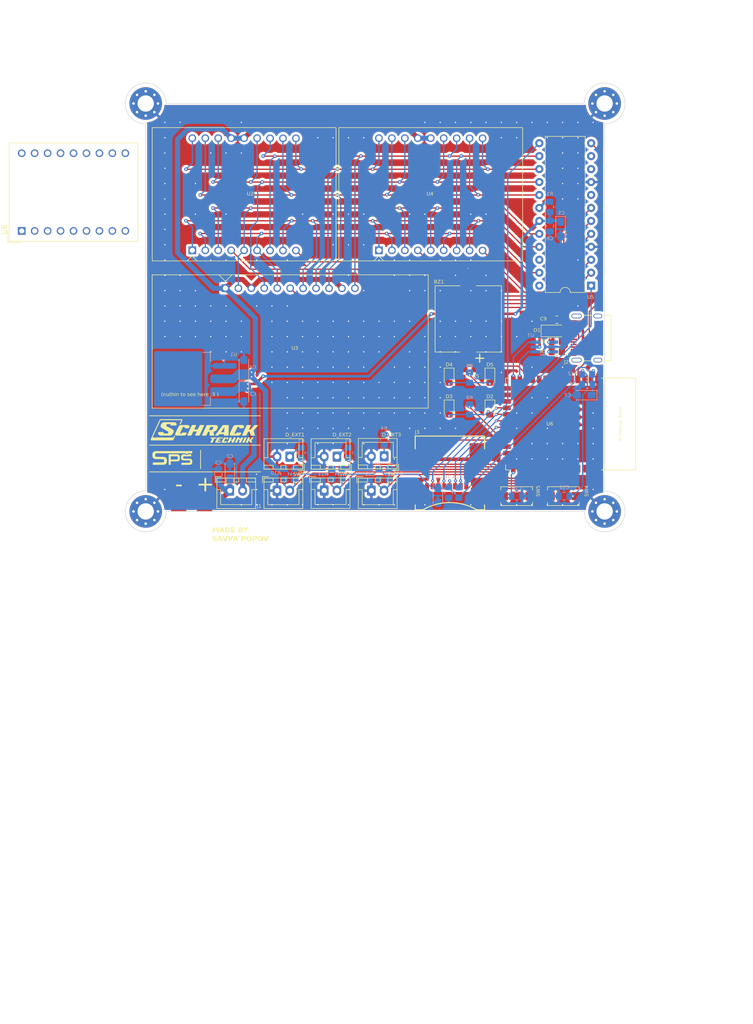
<source format=kicad_pcb>
(kicad_pcb (version 20240108) (generator "pcbnew") (generator_version "8.0")
  (title_block (title "SchrackCounter") (date "2024-08-29") (rev "v0.0.4") (company "SPS na Proseku") (comment 1 "SchrackTechink") (comment 3 "Made by Bismarx (Savva Popov)"))
  (layers (0 "F.Cu" signal) (1 "In1.Cu" power) (2 "In2.Cu" power) (31 "B.Cu" signal) (34 "B.Paste" user) (35 "F.Paste" user) (36 "B.SilkS" user "B.Silkscreen") (37 "F.SilkS" user "F.Silkscreen") (38 "B.Mask" user) (39 "F.Mask" user) (44 "Edge.Cuts" user))
  (net 0 "")
  (net 1 "GND")
  (net 2 "VBATT")
  (net 3 "+5V")
  (net 4 "+3V3")
  (net 5 "VBUS 5V")
  (net 6 "EN")
  (net 7 "BOOT")
  (net 8 "Net-(D1-A)")
  (net 9 "Net-(U5-ISET)")
  (net 10 "D- IN")
  (net 11 "D+ IN")
  (net 12 "SEG_G")
  (net 13 "SEG_A")
  (net 14 "SEG_E")
  (net 15 "SEG_D")
  (net 16 "SEG_B")
  (net 17 "SEG_F")
  (net 18 "SEG_C")
  (net 19 "DP3")
  (net 20 "DP2")
  (net 21 "DP1")
  (net 22 "RESET")
  (net 23 "MODE")
  (net 24 "MOSI")
  (net 25 "CLK")
  (net 26 "RX")
  (net 27 "D+")
  (net 28 "D-")
  (net 29 "TX")
  (net 30 "SCHRACK_SW")
  (net 32 "GREEN_FLASH")
  (net 33 "DP4-6")
  (net 34 "RED_FLASH")
  (net 35 "BZ1_PWM")
  (net 37 "~{CS1}")
  (net 38 "MISO")
  (net 52 "~{CS0}")
  (net 53 "DP0")
  (net 59 "Net-(BZ1-+)")
  (net 60 "Net-(D_EXT1-Pin_1)")
  (net 61 "Net-(D_EXT2-Pin_1)")
  (net 62 "Net-(D_EXT3-Pin_1)")
  (net 63 "LED_EXT1")
  (net 64 "LED_EXT2")
  (net 65 "LED_EXT3")
  (net 68 "Net-(R7-Pad2)")
  (net 76 "Net-(D2-A)")
  (net 77 "Net-(D4-A)")
  (net 78 "Net-(R6-Pad2)")
  (footprint "sumec_graphic:SPS_LOGO_IMG" (layer "F.Cu") (at 159.5 126.83)
    (property "Reference" "TP1" (hide yes))
    (property "Value" "TestPoint" (hide yes))
  )
  (footprint "Button_Switch_SMD:SW_SPST_EVQPE1" (layer "F.Cu") (at 236.4125 134.58)
    (property "Reference" "SW4")
    (property "Value" "SW_Push")
  )
  (footprint "sumec_brd:USB_Type_C" (layer "F.Cu") (at 243.1625 103.58 90)
    (property "Reference" "J2")
    (property "Value" "TYPE-C-31-M-12 (USB C CONN)")
  )
  (footprint "Diode_SMD:D_1206_3216Metric_Pad1.42x1.75mm_HandSolder" (layer "F.Cu") (at 234.5 102.18)
    (property "Reference" "D1")
    (property "Value" "D_Schottky")
  )
  (footprint "Schrack_brd:BUZZER_CUI_CPT" (layer "F.Cu") (at 217.75 99.83 180)
    (property "Reference" "BZ1")
    (property "Value" "Buzzer")
  )
  (footprint "Connector_JST:JST_XH_B2B-XH-A_1x02_P2.50mm_Vertical" (layer "F.Cu") (at 180.25 133.5)
    (property "Reference" "SW1")
    (property "Value" "SW_Push")
  )
  (footprint "Package_DIP:DIP-24_W10.16mm" (layer "F.Cu") (at 241.85 93.305 180)
    (property "Reference" "U5")
    (property "Value" "MAX7219")
  )
  (footprint "Resistor_SMD:R_0805_2012Metric_Pad1.20x1.40mm_HandSolder" (layer "F.Cu") (at 235.1125 106.28 180)
    (property "Reference" "R7")
    (property "Value" "15R")
  )
  (footprint "Display_7Segment:DA56-11CGKWA" (layer "F.Cu") (at 130.18 82.57 90)
    (property "Reference" "U8")
    (property "Value" "DC56-11CGKWA")
  )
  (footprint "Schrack_brd:LTD080BUE-103A_made_by_bismarx" (layer "F.Cu") (at 155.88 117.2)
    (property "Reference" "U3")
    (property "Value" "LTD080BUE-103A")
  )
  (footprint "Schrack_brd:LDD080BUE-101A_made_by_bismarx" (layer "F.Cu") (at 155.9 88.33)
    (property "Reference" "U2")
    (property "Value" "LDD080BUE-101A")
  )
  (footprint "LED_SMD:LED_0805_2012Metric_Pad1.15x1.40mm_HandSolder" (layer "F.Cu") (at 214 117.58 -90)
    (property "Reference" "D3")
    (property "Value" "LED")
  )
  (footprint "Connector_JST:JST_XH_B2B-XH-A_1x02_P2.50mm_Vertical" (layer "F.Cu") (at 201.25 126.775 180)
    (property "Reference" "D_EXT3")
    (property "Value" "Conn_01x02_Pin")
  )
  (footprint "MountingHole:MountingHole_3.2mm_M3_Pad_Via" (layer "F.Cu") (at 244.5 137.58)
    (property "Reference" "H4" (hide yes))
    (property "Value" "Mounting Hole M3")
  )
  (footprint "Connector_JST:JST_XH_B2B-XH-A_1x02_P2.50mm_Vertical" (layer "F.Cu") (at 198.75 133.5)
    (property "Reference" "SW3")
    (property "Value" "SW_Push")
  )
  (footprint "Connector_JST:JST_XH_B2B-XH-A_1x02_P2.50mm_Vertical" (layer "F.Cu") (at 192 126.83 180)
    (property "Reference" "D_EXT2")
    (property "Value" "Conn_01x02_Pin")
  )
  (footprint "Resistor_SMD:R_0805_2012Metric_Pad1.20x1.40mm_HandSolder" (layer "F.Cu") (at 218 109.58 180)
    (property "Reference" "R5")
    (property "Value" "0R")
  )
  (footprint "MountingHole:MountingHole_3.2mm_M3_Pad_Via" (layer "F.Cu") (at 244.5 57.58)
    (property "Reference" "H3" (hide yes))
    (property "Value" "Mounting Hole M3")
  )
  (footprint "Connector_JST:JST_XH_B2B-XH-A_1x02_P2.50mm_Vertical" (layer "F.Cu") (at 189.5 133.475)
    (property "Reference" "SW2")
    (property "Value" "SW_Push")
  )
  (footprint "LED_SMD:LED_0805_2012Metric_Pad1.15x1.40mm_HandSolder" (layer "F.Cu") (at 222 111.33 -90)
    (property "Reference" "D5")
    (property "Value" "LED")
  )
  (footprint "Resistor_SMD:R_0805_2012Metric_Pad1.20x1.40mm_HandSolder" (layer "F.Cu") (at 235.1125 104.28 180)
    (property "Reference" "R6")
    (property "Value" "15R")
  )
  (footprint "Connector_JST:JST_XH_B2B-XH-A_1x02_P2.50mm_Vertical" (layer "F.Cu") (at 182.75 126.83 180)
    (property "Reference" "D_EXT1")
    (property "Value" "Conn_01x02_Pin")
  )
  (footprint "LED_SMD:LED_0805_2012Metric_Pad1.15x1.40mm_HandSolder" (layer "F.Cu") (at 222 117.58 -90)
    (property "Reference" "D2")
    (property "Value" "LED")
  )
  (footprint "MountingHole:MountingHole_3.2mm_M3_Pad_Via" (layer "F.Cu") (at 154.5 137.58)
    (property "Reference" "H1" (hide yes))
    (property "Value" "Mounting Hole M3")
  )
  (footprint "Schrack_brd:LDD080BUE-101A_made_by_bismarx" (layer "F.Cu") (at 192.5 88.33)
    (property "Reference" "U4")
    (property "Value" "LDD080BUE-101A")
  )
  (footprint "LED_SMD:LED_0805_2012Metric_Pad1.15x1.40mm_HandSolder" (layer "F.Cu") (at 214 111.33 -90)
    (property "Reference" "D4")
    (property "Value" "LED")
  )
  (footprint "sumec_graphic:SCHRACK_LOGO_IMG" (layer "F.Cu") (at 166 121.83)
    (property "Reference" "TP2" (hide yes))
    (property "Value" "TestPoint" (hide yes))
  )
  (footprint "MountingHole:MountingHole_3.2mm_M3_Pad_Via" (layer "F.Cu") (at 154.5 57.58)
    (property "Reference" "H2" (hide yes))
    (property "Value" "Mounting Hole M3")
  )
  (footprint "Connector_JST:JST_XH_B2B-XH-A_1x02_P2.50mm_Vertical" (layer "F.Cu") (at 171 133.5)
    (property "Reference" "J1")
    (property "Value" "Conn_01x02_Pin")
  )
  (footprint "Schrack_brd:MICRO_SD_CARD" (layer "F.Cu") (at 214.15 130.03)
    (property "Reference" "J3")
    (property "Value" "MEM2067-02-180-00-A_REVB")
  )
  (footprint "Button_Switch_SMD:SW_SPST_EVQPE1" (layer "F.Cu") (at 227.25 134.58 180)
    (property "Reference" "SW5")
    (property "Value" "SW_Push")
  )
  (footprint "Schrack_brd:SOLDER_PADS" (layer "F.Cu") (at 163.5 137.04 180)
    (property "Reference" "BT1" (hide yes))
    (property "Value" "Battery")
  )
  (footprint "Capacitor_SMD:C_0805_2012Metric_Pad1.18x1.45mm_HandSolder" (layer "F.Cu") (at 235.1125 99.98)
    (property "Reference" "C9")
    (property "Value" "100nF")
  )
  (footprint "PCM_Espressif:ESP32-S3-WROOM-2" (layer "F.Cu") (at 234.84 120.44 -90)
    (property "Reference" "U6")
    (property "Value" "ESP32-S3-WROOM-2")
  )
  (footprint "Capacitor_Tantalum_SMD:CP_EIA-3216-18_Kemet-A_Pad1.58x1.35mm_HandSolder" (layer "B.Cu") (at 211.8 134.48 -90)
    (property "Reference" "C15")
    (property "Value" "10uF")
  )
  (footprint "Resistor_SMD:R_0805_2012Metric_Pad1.20x1.40mm_HandSolder" (layer "B.Cu") (at 218 111.33 -90)
    (property "Reference" "R9")
    (property "Value" "220R")
  )
  (footprint "Capacitor_SMD:C_0805_2012Metric_Pad1.18x1.45mm_HandSolder" (layer "B.Cu") (at 183.75 130.25 -90)
    (property "Reference" "C10")
    (property "Value" "100nF")
  )
  (footprint "Resistor_SMD:R_0805_2012Metric_Pad1.20x1.40mm_HandSolder" (layer "B.Cu") (at 181.75 130.25 90)
    (property "Reference" "R10")
    (property "Value" "2k")
  )
  (footprint "Resistor_SMD:R_0805_2012Metric_Pad1.20x1.40mm_HandSolder" (layer "B.Cu") (at 201.25 123.5 90)
    (property "Reference" "R4")
    (property "Value" "220R")
  )
  (footprint "Resistor_SMD:R_0805_2012Metric_Pad1.20x1.40mm_HandSolder" (layer "B.Cu") (at 233.75 77.8675 90)
    (property "Reference" "R1")
    (property "Value" "10k")
  )
  (footprint "Package_TO_SOT_SMD:TSOT-23-6_HandSoldering" (layer "B.Cu") (at 232.6625 105.33 180)
    (property "Reference" "U7")
    (property "Value" "USBLC6-2SC6")
  )
  (footprint "Capacitor_Tantalum_SMD:CP_EIA-3216-18_Kemet-A_Pad1.58x1.35mm_HandSolder" (layer "B.Cu") (at 240.5 114.78 180)
    (property "Reference" "C7")
    (property "Value" "10uF")
  )
  (footprint "Capacitor_SMD:C_0805_2012Metric_Pad1.18x1.45mm_HandSolder" (layer "B.Cu") (at 233.75 81.6175 -90)
    (property "Reference" "C6")
    (property "Value" "100nF")
  )
  (footprint "Resistor_SMD:R_0805_2012Metric_Pad1.20x1.40mm_HandSolder" (layer "B.Cu") (at 218 117.58 -90)
    (property "Reference" "R8")
    (property "Value" "220R")
  )
  (footprint "Capacitor_Tantalum_SMD:CP_EIA-3216-18_Kemet-A_Pad1.58x1.35mm_HandSolder" (layer "B.Cu") (at 171 129.68 90)
    (property "Reference" "C2")
    (property "Value" "10uF")
  )
  (footprint "Capacitor_Tantalum_SMD:CP_EIA-3216-18_Kemet-A_Pad1.58x1.35mm_HandSolder" (layer "B.Cu") (at 173.75 114.58 -90)
    (property "Reference" "C1")
    (property "Value" "10uF")
  )
  (footprint "Capacitor_SMD:C_0805_2012Metric_Pad1.18x1.45mm_HandSolder" (layer "B.Cu") (at 168.75 130.33 90)
    (property "Reference" "C3")
    (property "Value" "100nF")
  )
  (footprint "Resistor_SMD:R_0805_2012Metric_Pad1.20x1.40mm_HandSolder" (layer "B.Cu") (at 215.9 133.88 -90)
    (property "Reference" "R14")
    (property "Value" "10k")
  )
  (footprint "Capacitor_SMD:C_0805_2012Metric_Pad1.18x1.45mm_HandSolder" (layer "B.Cu") (at 241.1 112.68 180)
    (property "Reference" "C8")
    (property "Value" "100nF")
  )
  (footprint "Package_TO_SOT_SMD:TO-263-3_TabPin2" (layer "B.Cu") (at 162.35 111.58 180)
    (property "Reference" "U1")
    (property "Value" "LM1084-3.3")
  )
  (footprint "Resistor_SMD:R_0805_2012Metric_Pad1.20x1.40mm_HandSolder" (layer "B.Cu") (at 194.25 126.08 -90)
    (property "Reference" "R3")
    (property "Value" "220R")
  )
  (footprint "Capacitor_SMD:C_0805_2012Metric_Pad1.18x1.45mm_HandSolder" (layer "B.Cu") (at 227.25 134.58)
    (property "Reference" "C14")
    (property "Value" "100nF.boot")
  )
  (footprint "Resistor_SMD:R_0805_2012Metric_Pad1.20x1.40mm_HandSolder" (layer "B.Cu") (at 200.25 130.25 90)
    (property "Reference" "R13")
    (property "Value" "2k")
  )
  (footprint "Resistor_SMD:R_0805_2012Metric_Pad1.20x1.40mm_HandSolder" (layer "B.Cu") (at 241.05 110.68)
    (property "Reference" "R12")
    (property "Value" "10k.mcu")
  )
  (footprint "Capacitor_Tantalum_SMD:CP_EIA-3216-18_Kemet-A_Pad1.58x1.35mm_HandSolder" (layer "B.Cu") (at 173.75 109.33 90)
    (property "Reference" "C4")
    (property "Value" "10uF")
  )
  (footprint "Capacitor_SMD:C_0805_2012Metric_Pad1.18x1.45mm_HandSolder" (layer "B.Cu") (at 236.5625 134.58 180)
    (property "Reference" "C12")
    (property "Value" "100nF.en")
  )
  (footprint "Resistor_SMD:R_0805_2012Metric_Pad1.20x1.40mm_HandSolder" (layer "B.Cu") (at 191 130.25 90)
    (property "Reference" "R11")
    (property "Value" "2k")
  )
  (footprint "Capacitor_SMD:C_0805_2012Metric_Pad1.18x1.45mm_HandSolder" (layer "B.Cu") (at 193 130.25 -90)
    (property "Reference" "C11")
    (property "Value" "100nF")
  )
  (footprint "Capacitor_Tantalum_SMD:CP_EIA-3216-18_Kemet-A_Pad1.58x1.35mm_HandSolder" (layer "B.Cu") (at 235.85 82.2175 -90)
    (property "Reference" "C5")
    (property "Value" "10uF")
  )
  (footprint "Resistor_SMD:R_0805_2012Metric_Pad1.20x1.40mm_HandSolder" (layer "B.Cu") (at 185 126.08 -90)
    (property "Reference" "R2")
    (property "Value" "220R")
  )
  (footprint "Capacitor_SMD:C_0805_2012Metric_Pad1.18x1.45mm_HandSolder" (layer "B.Cu") (at 202.25 130.25 -90)
    (property "Reference" "C13")
    (property "Value" "100nF")
  )
  (footprint "Capacitor_SMD:C_0805_2012Metric_Pad1.18x1.45mm_HandSolder" (layer "B.Cu") (at 213.9 133.88 -90)
    (property "Reference" "C16")
    (property "Value" "100nF")
  )
  (gr_poly (pts (xy 173 112.33) (xy 172.75 112.33) (xy 171.75 113.33) (xy 167.5 113.33) (xy 167.25 113.58) (xy 167.25 114.58) (xy 167.5 114.83) (xy 172 114.83) (xy 173 113.83)) (stroke (width 0.2)) (fill solid) (layer "B.Cu") (net 3))
  (gr_poly (pts (xy 173.25 109.83) (xy 172.5 109.83) (xy 171.5 110.83) (xy 167.5 110.83) (xy 167.25 111.08) (xy 167.25 112.08) (xy 167.5 112.33) (xy 172 112.33) (xy 173.25 111.08)) (stroke (width 0.2)) (fill solid) (layer "B.Cu") (net 4))
  (gr_poly (pts (xy 172.825 112.255) (xy 174.725 112.255) (xy 175.075 112.605) (xy 175.075 113.655) (xy 174.725 114.005) (xy 172.675 114.005) (xy 172.675 112.405)) (stroke (width 0.2)) (fill solid) (layer "B.Cu") (net 3))
  (gr_poly (pts (xy 173.041666 109.83) (xy 175.5 109.83) (xy 175.75 110.08) (xy 175.75 111.33) (xy 175.5 111.58) (xy 172.75 111.58) (xy 173.041666 109.83)) (stroke (width 0.2)) (fill solid) (layer "B.Cu") (net 4))
  (gr_line (start 155.25 118.83) (end 177 118.83) (stroke (width 0.15)) (layer "F.SilkS"))
  (gr_line (start 155.25 124.58) (end 177 124.58) (stroke (width 0.15)) (layer "F.SilkS"))
  (gr_line (start 165.25 129.205) (end 165.25 125.58) (stroke (width 0.15)) (layer "F.SilkS"))
  (gr_line (start 155.25 129.83) (end 177 129.83) (stroke (width 0.15)) (layer "F.SilkS"))
  (gr_arc (start 240.5 57.58) (mid 247.328427 54.751573) (end 244.5 61.58) (stroke (width 0.1)) (layer "Edge.Cuts"))
  (gr_line (start 244.5 61.58) (end 244.5 133.58) (stroke (width 0.1)) (layer "Edge.Cuts"))
  (gr_arc (start 244.5 133.58) (mid 247.328427 140.408427) (end 240.5 137.58) (stroke (width 0.1)) (layer "Edge.Cuts"))
  (gr_arc (start 158.5 137.58) (mid 151.671573 140.408427) (end 154.5 133.58) (stroke (width 0.1)) (layer "Edge.Cuts"))
  (gr_arc (start 154.5 61.58) (mid 151.671573 54.751573) (end 158.5 57.58) (stroke (width 0.1)) (layer "Edge.Cuts"))
  (gr_line (start 158.5 57.58) (end 240.5 57.58) (stroke (width 0.1)) (layer "Edge.Cuts"))
  (gr_line (start 240.5 137.58) (end 158.5 137.58) (stroke (width 0.1)) (layer "Edge.Cuts"))
  (gr_line (start 154.5 133.58) (end 154.5 61.58) (stroke (width 0.1)) (layer "Edge.Cuts"))
  (gr_text "MADE BY\nSAVVA POPOV" (at 167.5 143.58 0) (layer "F.SilkS") (effects (font (size 1 1) (thickness 0.25) (bold yes)) (justify left bottom)))
  (segment (start 236.65 100.38) (end 236.15 99.88) (width 0.5) (layer "F.Cu") (net 1))
  (segment (start 237.8 106.78) (end 236.75 107.83) (width 0.5) (layer "F.Cu") (net 1))
  (segment (start 238.4125 100.38) (end 239.95 100.38) (width 0.5) (layer "F.Cu") (net 1))
  (segment (start 238.4125 106.78) (end 237.8 106.78) (width 0.5) (layer "F.Cu") (net 1))
  (segment (start 238.4125 100.38) (end 236.65 100.38) (width 0.5) (layer "F.Cu") (net 1))
  (segment (start 239.95 100.38) (end 240.5 99.83) (width 0.5) (layer "F.Cu") (net 1))
  (via (at 230.255 100.283848) (size 0.6) (drill 0.25) (layers "F.Cu" "B.Cu") (net 1))
  (via (at 197.255 94.283848) (size 0.6) (drill 0.25) (layers "F.Cu" "B.Cu") (net 1))
  (via (at 200.255 118.283848) (size 0.6) (drill 0.25) (layers "F.Cu" "B.Cu") (net 1))
  (via (at 239.255 73.283848) (size 0.6) (drill 0.25) (layers "F.Cu" "B.Cu") (net 1))
  (via (at 203.255 100.283848) (size 0.6) (drill 0.25) (layers "F.Cu" "B.Cu") (net 1))
  (via (at 206.255 115.283848) (size 0.6) (drill 0.25) (layers "F.Cu" "B.Cu") (net 1))
  (via (at 218.255 136.283848) (size 0.6) (drill 0.25) (layers "F.Cu" "B.Cu") (net 1))
  (via (at 188.255 100.283848) (size 0.6) (drill 0.25) (layers "F.Cu" "B.Cu") (net 1))
  (via (at 158.255 73.283848) (size 0.6) (drill 0.25) (layers "F.Cu" "B.Cu") (net 1))
  (via (at 194.255 118.283848) (size 0.6) (drill 0.25) (layers "F.Cu" "B.Cu") (net 1))
  (via (at 194.255 103.283848) (size 0.6) (drill 0.25) (layers "F.Cu" "B.Cu") (net 1))
  (via (at 218.255 94.283848) (size 0.6) (drill 0.25) (layers "F.Cu" "B.Cu") (net 1))
  (via (at 200.255 136.283848) (size 0.6) (drill 0.25) (layers "F.Cu" "B.Cu") (net 1))
  (via (at 221.255 79.283848) (size 0.6) (drill 0.25) (layers "F.Cu" "B.Cu") (net 1))
  (via (at 221.255 106.283848) (size 0.6) (drill 0.25) (layers "F.Cu" "B.Cu") (net 1))
  (via (at 191.255 118.283848) (size 0.6) (drill 0.25) (layers "F.Cu" "B.Cu") (net 1))
  (via (at 158.255 76.283848) (size 0.6) (drill 0.25) (layers "F.Cu" "B.Cu") (net 1))
  (via (at 242.255 61.283848) (size 0.6) (drill 0.25) (layers "F.Cu" "B.Cu") (net 1))
  (via (at 236.255 64.283848) (size 0.6) (drill 0.25) (layers "F.Cu" "B.Cu") (net 1))
  (via (at 185.255 115.283848) (size 0.6) (drill 0.25) (layers "F.Cu" "B.Cu") (net 1))
  (via (at 239.255 76.283848) (size 0.6) (drill 0.25) (layers "F.Cu" "B.Cu") (net 1))
  (via (at 242.255 124.283848) (size 0.6) (drill 0.25) (layers "F.Cu" "B.Cu") (net 1))
  (via (at 227.255 121.283848) (size 0.6) (drill 0.25) (layers "F.Cu" "B.Cu") (net 1))
  (via (at 191.255 121.283848) (size 0.6) (drill 0.25) (layers "F.Cu" "B.Cu") (net 1))
  (via (at 179.255 136.283848) (size 0.6) (drill 0.25) (layers "F.Cu" "B.Cu") (net 1))
  (via (at 203.255 118.283848) (size 0.6) (drill 0.25) (layers "F.Cu" "B.Cu") (net 1))
  (via (at 182.255 106.283848) (size 0.6) (drill 0.25) (layers "F.Cu" "B.Cu") (net 1))
  (via (at 236.255 67.283848) (size 0.6) (drill 0.25) (layers "F.Cu" "B.Cu") (net 1))
  (via (at 206.255 106.283848) (size 0.6) (drill 0.25) (layers "F.Cu" "B.Cu") (net 1))
  (via (at 239.255 67.283848) (size 0.6) (drill 0.25) (layers "F.Cu" "B.Cu") (net 1))
  (via (at 242.255 118.283848) (size 0.6) (drill 0.25) (layers "F.Cu" "B.Cu") (net 1))
  (via (at 209.255 103.283848) (size 0.6) (drill 0.25) (layers "F.Cu" "B.Cu") (net 1))
  (via (at 158.255 100.283848) (size 0.6) (drill 0.25) (layers "F.Cu" "B.Cu") (net 1))
  (via (at 230.255 127.283848) (size 0.6) (drill 0.25) (layers "F.Cu" "B.Cu") (net 1))
  (via (at 194.255 121.283848) (size 0.6) (drill 0.25) (layers "F.Cu" "B.Cu") (net 1))
  (via (at 224.255 64.283848) (size 0.6) (drill 0.25) (layers "F.Cu" "B.Cu") (net 1))
  (via (at 209.255 106.283848) (size 0.6) (drill 0.25) (layers "F.Cu" "B.Cu") (net 1))
  (via (at 188.255 106.283848) (size 0.6) (drill 0.25) (layers "F.Cu" "B.Cu") (net 1))
  (via (at 239.255 70.283848) (size 0.6) (drill 0.25) (layers "F.Cu" "B.Cu") (net 1))
  (via (at 215.255 103.283848) (size 0.6) (drill 0.25) (layers "F.Cu" "B.Cu") (net 1))
  (via (at 176.255 130.283848) (size 0.6) (drill 0.25) (layers "F.Cu" "B.Cu") (net 1))
  (via (at 185.255 100.283848) (size 0.6) (drill 0.25) (layers "F.Cu" "B.Cu") (net 1))
  (via (at 203.255 115.283848) (size 0.6) (drill 0.25) (layers "F.Cu" "B.Cu") (net 1))
  (via (at 191.255 109.283848) (size 0.6) (drill 0.25) (layers "F.Cu" "B.Cu") (net 1))
  (via (at 182.255 100.283848) (size 0.6) (drill 0.25) (layers "F.Cu" "B.Cu") (net 1))
  (via (at 212.255 109.283848) (size 0.6) (drill 0.25) (layers "F.Cu" "B.Cu") (net 1))
  (via (at 158.255 97.283848) (size 0.6) (drill 0.25) (layers "F.Cu" "B.Cu") (net 1))
  (via (at 239.255 88.283848) (size 0.6) (drill 0.25) (layers "F.Cu" "B.Cu") (net 1))
  (via (at 188.255 103.283848) (size 0.6) (drill 0.25) (layers "F.Cu" "B.Cu") (net 1))
  (via (at 161.255 100.283848) (size 0.6) (drill 0.25) (layers "F.Cu" "B.Cu") (net 1))
  (via (at 188.255 109.283848) (size 0.6) (drill 0.25) (layers "F.Cu" "B.Cu") (net 1))
  (via (at 230.255 61.283848) (size 0.6) (drill 0.25) (layers "F.Cu" "B.Cu") (net 1))
  (via (at 194.255 79.283848) (size 0.6) (drill 0.25) (layers "F.Cu" "B.Cu") (net 1))
  (via (at 191.255 124.283848) (size 0.6) (drill 0.25) (layers "F.Cu" "B.Cu") (net 1))
  (via (at 221.255 91.283848) (size 0.6) (drill 0.25) (layers "F.Cu" "B.Cu") (net 1))
  (via (at 230.255 109.283848) (size 0.6) (drill 0.25) (layers "F.Cu" "B.Cu") (net 1))
  (via (at 194.255 109.283848) (size 0.6) (drill 0.25) (layers "F.Cu" "B.Cu") (net 1))
  (via (at 173.255 106.283848) (size 0.6) (drill 0.25) (layers "F.Cu" "B.Cu") (net 1))
  (via (at 230.255 124.283848) (size 0.6) (drill 0.25) (layers "F.Cu" "B.Cu") (net 1))
  (via (at 164.255 103.283848) (size 0.6) (drill 0.25) (layers "F.Cu" "B.Cu") (net 1))
  (via (at 218.255 103.283848) (size 0.6) (drill 0.25) (layers "F.Cu" "B.Cu") (net 1))
  (via (at 236.255 124.283848) (size 0.6) (drill 0.25) (layers "F.Cu" "B.Cu") (net 1))
  (via (at 239.255 64.283848) (size 0.6) (drill 0.25) (layers "F.Cu" "B.Cu") (net 1))
  (via (at 191.255 112.283848) (size 0.6) (drill 0.25) (layers "F.Cu" "B.Cu") (net 1))
  (via (at 227.255 64.283848) (size 0.6) (drill 0.25) (layers "F.Cu" "B.Cu") (net 1))
  (via (at 203.255 112.283848) (size 0.6) (drill 0.25) (layers "F.Cu" "B.Cu") (net 1))
  (via (at 224.255 103.283848) (size 0.6) (drill 0.25) (layers "F.Cu" "B.Cu") (net 1))
  (via (at 227.255 127.283848) (size 0.6) (drill 0.25) (layers "F.Cu" "B.Cu") (net 1))
  (via (at 236.255 136.283848) (size 0.6) (drill 0.25) (layers "F.Cu" "B.Cu") (net 1))
  (via (at 200.255 115.283848) (size 0.6) (drill 0.25) (layers "F.Cu" "B.Cu") (net 1))
  (via (at 185.255 79.283848) (size 0.6) (drill 0.25) (layers "F.Cu" "B.Cu") (net 1))
  (via (at 164.255 97.283848) (size 0.6) (drill 0.25) (layers "F.Cu" "B.Cu") (net 1))
  (via (at 206.255 118.283848) (size 0.6) (drill 0.25) (layers "F.Cu" "B.Cu") (net 1))
  (via (at 170.255 103.283848) (size 0.6) (drill 0.25) (layers "F.Cu" "B.Cu") (net 1))
  (via (at 230.255 115.283848) (size 0.6) (drill 0.25) (layers "F.Cu" "B.Cu") (net 1))
  (via (at 185.255 109.283848) (size 0.6) (drill 0.25) (layers "F.Cu" "B.Cu") (net 1))
  (via (at 206.255 100.283848) (size 0.6) (drill 0.25) (layers "F.Cu" "B.Cu") (net 1))
  (via (at 179.255 100.283848) (size 0.6) (drill 0.25) (layers "F.Cu" "B.Cu") (net 1))
  (via (at 218.255 79.283848) (size 0.6) (drill 0.25) (layers "F.Cu" "B.Cu") (net 1))
  (via (at 191.255 115.283848) (size 0.6) (drill 0.25) (layers "F.Cu" "B.Cu") (net 1))
  (via (at 206.255 88.283848) (size 0.6) (drill 0.25) (layers "F.Cu" "B.Cu") (net 1))
  (via (at 194.255 106.283848) (size 0.6) (drill 0.25) (layers "F.Cu" "B.Cu") (net 1))
  (via (at 182.255 103.283848) (size 0.6) (drill 0.25) (layers "F.Cu" "B.Cu") (net 1))
  (via (at 215.255 91.283848) (size 0.6) (drill 0.25) (layers "F.Cu" "B.Cu") (net 1))
  (via (at 161.255 61.283848) (size 0.6) (drill 0.25) (layers "F.Cu" "B.Cu") (net 1))
  (via (at 200.255 88.283848) (size 0.6) (drill 0.25) (layers "F.Cu" "B.Cu") (net 1))
  (via (at 197.255 112.283848) (size 0.6) (drill 0.25) (layers "F.Cu" "B.Cu") (net 1))
  (via (at 182.255 97.283848) (size 0.6) (drill 0.25) (layers "F.Cu" "B.Cu") (net 1))
  (via (at 215.255 121.283848) (size 0.6) (drill 0.25) (layers "F.Cu" "B.Cu") (net 1))
  (via (at 191.255 106.283848) (size 0.6) (drill 0.25) (layers "F.Cu" "B.Cu") (net 1))
  (via (at 185.255 112.283848) (size 0.6) (drill 0.25) (layers "F.Cu" "B.Cu") (net 1))
  (via (at 236.255 61.283848) (size 0.6) (drill 0.25) (layers "F.Cu" "B.Cu") (net 1))
  (via (at 212.255 88.283848) (size 0.6) (drill 0.25) (layers "F.Cu" "B.Cu") (net 1))
  (via (at 215.255 61.283848) (size 0.6) (drill 0.25) (layers "F.Cu" "B.Cu") (net 1))
  (via (at 182.255 112.283848) (size 0.6) (drill 0.25) (layers "F.Cu" "B.Cu") (net 1))
  (via (at 185.255 136.283848) (size 0.6) (drill 0.25) (layers "F.Cu" "B.Cu") (net 1))
  (via (at 188.255 121.283848) (size 0.6) (drill 0.25) (layers "F.Cu" "B.Cu") (net 1))
  (via (at 191.255 100.283848) (size 0.6) (drill 0.25) (layers "F.Cu" "B.Cu") (net 1))
  (via (at 209.255 112.283848) (size 0.6) (drill 0.25) (layers "F.Cu" "B.Cu") (net 1))
  (via (at 206.255 91.283848) (size 0.6) (drill 0.25) (layers "F.Cu" "B.Cu") (net 1))
  (via (at 173.255 67.283848) (size 0.6) (drill 0.25) (layers "F.Cu" "B.Cu") (net 1))
  (via (at 182.255 88.283848) (size 0.6) (drill 0.25) (layers "F.Cu" "B.Cu") (net 1))
  (via (at 170.255 79.283848) (size 0.6) (drill 0.25) (layers "F.Cu" "B.Cu") (net 1))
  (via (at 197.255 136.283848) (size 0.6) (drill 0.25) (layers "F.Cu" "B.Cu") (net 1))
  (via (at 158.255 67.283848) (size 0.6) (drill 0.25) (layers "F.Cu" "B.Cu") (net 1))
  (via (at 182.255 136.283848) (size 0.6) (drill 0.25) (layers "F.Cu" "B.Cu") (net 1))
  (via (at 158.255 70.283848) (size 0.6) (drill 0.25) (layers "F.Cu" "B.Cu") (net 1))
  (via (at 182.255 121.283848) (size 0.6) (drill 0.25) (layers "F.Cu" "B.Cu") (net 1))
  (via (at 212.255 118.283848) (size 0.6) (drill 0.25) (layers "F.Cu" "B.Cu") (net 1))
  (via (at 179.255 103.283848) (size 0.6) (drill 0.25) (layers "F.Cu" "B.Cu") (net 1))
  (via (at 233.255 61.283848) (size 0.6) (drill 0.25) (layers "F.Cu" "B.Cu") (net 1))
  (via (at 200.255 106.283848) (size 0.6) (drill 0.25) (layers "F.Cu" "B.Cu") (net 1))
  (via (at 158.255 103.283848) (size 0.6) (drill 0.25) (layers "F.Cu" "B.Cu") (net 1))
  (via (at 161.255 97.283848) (size 0.6) (drill 0.25) (layers "F.Cu" "B.Cu") (net 1))
  (via (at 176.255 88.283848) (size 0.6) (drill 0.25) (layers "F.Cu" "B.Cu") (net 1))
  (via (at 158.255 82.283848) (size 0.6) (drill 0.25) (layers "F.Cu" "B.Cu") (net 1))
  (via (at 224.255 61.283848) (size 0.6) (drill 0.25) (layers "F.Cu" "B.Cu") (net 1))
  (via (at 158.255 79.283848) (size 0.6) (drill 0.25) (layers "F.Cu" "B.Cu") (net 1))
  (via (at 197.255 124.283848) (size 0.6) (drill 0.25) (layers "F.Cu" "B.Cu") (net 1))
  (via (at 182.255 115.283848) (size 0.6) (drill 0.25) (layers "F.Cu" "B.Cu") (net 1))
  (via (at 224.25 110.33) (size 0.6) (drill 0.25) (layers "F.Cu" "B.Cu") (net 1))
  (via (at 239.255 127.283848) (size 0.6) (drill 0.25) (layers "F.Cu" "B.Cu") (net 1))
  (via (at 185.255 121.283848) (size 0.6) (drill 0.25) (layers "F.Cu" "B.Cu") (net 1))
  (via (at 233.255 64.283848) (size 0.6) (drill 0.25) (layers "F.Cu" "B.Cu") (net 1))
  (via (at 212.255 103.283848) (size 0.6) (drill 0.25) (layers "F.Cu" "B.Cu") (net 1))
  (via (at 236.255 109.283848) (size 0.6) (drill 0.25) (layers "F.Cu" "B.Cu") (net 1))
  (via (at 194.255 85.283848) (size 0.6) (drill 0.25) (layers "F.Cu" "B.Cu") (net 1))
  (via (at 191.255 85.283848) (size 0.6) (drill 0.25) (layers "F.Cu" "B.Cu") (net 1))
  (via (at 167.255 100.283848) (size 0.6) (drill 0.25) (layers "F.Cu" "B.Cu") (net 1))
  (via (at 209.255 118.283848) (size 0.6) (drill 0.25) (layers "F.Cu" "B.Cu") (net 1))
  (via (at 236.255 70.283848) (size 0.6) (drill 0.25) (layers "F.Cu" "B.Cu") (net 1))
  (via (at 239.255 61.283848) (size 0.6) (drill 0.25) (layers "F.Cu" "B.Cu") (net 1))
  (via (at 203.255 127.283848) (size 0.6) (drill 0.25) (layers "F.Cu" "B.Cu") (net 1))
  (via (at 173.255 100.283848) (size 0.6) (drill 0.25) (layers "F.Cu" "B.Cu") (net 1))
  (via (at 167.255 88.283848) (size 0.6) (drill 0.25) (layers "F.Cu" "B.Cu") (net 1))
  (via (at 194.255 64.283848) (size 0.6) (drill 0.25) (layers "F.Cu" "B.Cu") (net 1))
  (via (at 194.255 91.283848) (size 0.6) (drill 0.25) (layers "F.Cu" "B.Cu") (net 1))
  (via (at 194.255 100.283848) (size 0.6) (drill 0.25) (layers "F.Cu" "B.Cu") (net 1))
  (via (at 170.255 106.283848) (size 0.6) (drill 0.25) (layers "F.Cu" "B.Cu") (net 1))
  (via (at 239.255 136.283848) (size 0.6) (drill 0.25) (layers "F.Cu" "B.Cu") (net 1))
  (via (at 185.255 133.283848) (size 0.6) (drill 0.25) (layers "F.Cu" "B.Cu") (net 1))
  (via (at 212.255 100.283848) (size 0.6) (drill 0.25) (layers "F.Cu" "B.Cu") (net 1))
  (via (at 206.255 79.283848) (size 0.6) (drill 0.25) (layers "F.Cu" "B.Cu") (net 1))
  (via (at 197.255 109.283848) (size 0.6) (drill 0.25) (layers "F.Cu" "B.Cu") (net 1))
  (via (at 209.255 115.283848) (size 0.6) (drill 0.25) (layers "F.Cu" "B.Cu") (net 1))
  (via (at 221.255 94.283848) (size 0.6) (drill 0.25) (layers "F.Cu" "B.Cu") (net 1))
  (via (at 242.255 121.283848) (size 0.6) (drill 0.25) (layers "F.Cu" "B.Cu") (net 1))
  (via (at 197.255 106.283848) (size 0.6) (drill 0.25) (layers "F.Cu" "B.Cu") (net 1))
  (via (at 158.255 133.283848) (size 0.6) (drill 0.25) (layers "F.Cu" "B.Cu") (net 1))
  (via (at 194.255 136.283848) (size 0.6) (drill 0.25) (layers "F.Cu" "B.Cu") (net 1))
  (via (at 188.255 64.283848) (size 0.6) (drill 0.25) (layers "F.Cu" "B.Cu") (net 1))
  (via (at 194.255 115.283848) (size 0.6) (drill 0.25) (layers "F.Cu" "B.Cu") (net 1))
  (via (at 182.255 109.283848) (size 0.6) (drill 0.25) (layers "F.Cu" "B.Cu") (net 1))
  (via (at 233.255 115.283848) (size 0.6) (drill 0.25) (layers "F.Cu" "B.Cu") (net 1))
  (via (at 188.255 136.283848) (size 0.6) (drill 0.25) (layers "F.Cu" "B.Cu") (net 1))
  (via (at 188.255 115.283848) (size 0.6) (drill 0.25) (layers "F.Cu" "B.Cu") (net 1))
  (via (at 209.255 94.283848) (size 0.6) (drill 0.25) (layers "F.Cu" "B.Cu") (net 1))
  (via (at 185.255 103.283848) (size 0.6) (drill 0.25) (layers "F.Cu" "B.Cu") (net 1))
  (via (at 227.255 118.283848) (size 0.6) (drill 0.25) (layers "F.Cu" "B.Cu") (net 1))
  (via (at 164.255 100.283848) (size 0.6) (drill 0.25) (layers "F.Cu" "B.Cu") (net 1))
  (via (at 227.255 103.283848) (size 0.6) (drill 0.25) (layers "F.Cu" "B.Cu") (net 1))
  (via (at 224.255 94.283848) (size 0.6) (drill 0.25) (layers "F.Cu" "B.Cu") (net 1))
  (via (at 236.255 73.283848) (size 0.6) (drill 0.25) (layers "F.Cu" "B.Cu") (net 1))
  (via (at 170.255 88.283848) (size 0.6) (drill 0.25) (layers "F.Cu" "B.Cu") (net 1))
  (via (at 173.255 103.283848) (size 0.6) (drill 0.25) (layers "F.Cu" "B.Cu") (net 1))
  (via (at 158.255 61.283848) (size 0.6) (drill 0.25) (layers "F.Cu" "B.Cu") (net 1))
  (via (at 185.255 118.283848) (size 0.6) (drill 0.25) (layers "F.Cu" "B.Cu") (net 1))
  (via (at 215.255 100.283848) (size 0.6) (drill 0.25) (layers "F.Cu" "B.Cu") (net 1))
  (via (at 200.255 103.283848) (size 0.6) (drill 0.25) (layers "F.Cu" "B.Cu") (net 1))
  (via (at 167.255 106.283848) (size 0.6) (drill 0.25) (layers "F.Cu" "B.Cu") (net 1))
  (via (at 197.255 100.283848) (size 0.6) (drill 0.25) (layers "F.Cu" "B.Cu") (net 1))
  (via (at 197.255 103.283848) (size 0.6) (drill 0.25) (layers "F.Cu" "B.Cu") (net 1))
  (via (at 197.255 64.283848) (size 0.6) (drill 0.25) (layers "F.Cu" "B.Cu") (net 1))
  (via (at 200.255 100.283848) (size 0.6) (drill 0.25) (layers "F.Cu" "B.Cu") (net 1))
  (via (at 188.255 118.283848) (size 0.6) (drill 0.25) (layers "F.Cu" "B.Cu") (net 1))
  (via (at 158.255 64.283848) (size 0.6) (drill 0.25) (layers "F.Cu" "B.Cu") (net 1))
  (via (at 173.255 136.283848) (size 0.6) (drill 0.25) (layers "F.Cu" "B.Cu") (net 1))
  (via (at 212.255 115.283848) (size 0.6) (drill 0.25) (layers "F.Cu" "B.Cu") (net 1))
  (via (at 242.255 133.283848) (size 0.6) (drill 0.25) (layers "F.Cu" "B.Cu") (net 1))
  (via (at 176.255 133.283848) (size 0.6) (drill 0.25) (layers "F.Cu" "B.Cu") (net 1))
  (via (at 221.255 100.283848) (size 0.6) (drill 0.25) (layers "F.Cu" "B.Cu") (net 1))
  (via (at 209.255 109.283848) (size 0.6) (drill 0.25) (layers "F.Cu" "B.Cu") (net 1))
  (via (at 224.255 106.283848) (size 0.6) (drill 0.25) (layers "F.Cu" "B.Cu") (net 1))
  (via (at 158.255 88.283848) (size 0.6) (drill 0.25) (layers "F.Cu" "B.Cu") (net 1))
  (via (at 170.255 100.283848) (size 0.6) (drill 0.25) (layers "F.Cu" "B.Cu") (net 1))
  (via (at 233.255 136.283848) (size 0.6) (drill 0.25) (layers "F.Cu" "B.Cu") (net 1))
  (via (at 182.255 118.283848) (size 0.6) (drill 0.25) (layers "F.Cu" "B.Cu") (net 1))
  (via (at 221.255 103.283848) (size 0.6) (drill 0.25) (layers "F.Cu" "B.Cu") (net 1))
  (via (at 194.255 112.283848) (size 0.6) (drill 0.25) (layers "F.Cu" "B.Cu") (net 1))
  (via (at 206.255 121.283848) (size 0.6) (drill 0.25) (layers "F.Cu" "B.Cu") (net 1))
  (via (at 212.255 106.283848) (size 0.6) (drill 0.25) (layers "F.Cu" "B.Cu") (net 1))
  (via (at 209.255 136.283848) (size 0.6) (drill 0.25) (layers "F.Cu" "B.Cu") (net 1))
  (via (at 212.255 94.283848) (size 0.6) (drill 0.25) (layers "F.Cu" "B.Cu") (net 1))
  (via (at 197.255 85.283848) (size 0.6) (drill 0.25) (layers "F.Cu" "B.Cu") (net 1))
  (via (at 215.255 88.283848) (size 0.6) (drill 0.25) (layers "F.Cu" "B.Cu") (net 1))
  (via (at 230.255 118.283848) (size 0.6) (drill 0.25) (layers "F.Cu" "B.Cu") (net 1))
  (via (at 230.255 136.283848) (size 0.6) (drill 0.25) (layers "F.Cu" "B.Cu") (net 1))
  (via (at 158.255 91.283848) (size 0.6) (drill 0.25) (layers "F.Cu" "B.Cu") (net 1))
  (via (at 206.255 109.283848) (size 0.6) (drill 0.25) (layers "F.Cu" "B.Cu") (net 1))
  (via (at 209.255 61.283848) (size 0.6) (drill 0.25) (layers "F.Cu" "B.Cu") (net 1))
  (via (at 191.255 103.283848) (size 0.6) (drill 0.25) (layers "F.Cu" "B.Cu") (net 1))
  (via (at 221.255 61.283848) (size 0.6) (drill 0.25) (layers "F.Cu" "B.Cu") (net 1))
  (via (at 206.255 94.283848) (size 0.6) (drill 0.25) (layers "F.Cu" "B.Cu") (net 1))
  (via (at 179.255 97.283848) (size 0.6) (drill 0.25) (layers "F.Cu" "B.Cu") (net 1))
  (via (at 224.255 100.283848) (size 0.6) (drill 0.25) (layers "F.Cu" "B.Cu") (net 1))
  (via (at 212.255 61.283848) (size 0.6) (drill 0.25) (layers "F.Cu" "B.Cu") (net 1))
  (via (at 170.255 97.283848) (size 0.6) (drill 0.25) (layers "F.Cu" "B.Cu") (net 1))
  (via (at 191.255 136.283848) (size 0.6) (drill 0.25) (layers "F.Cu" "B.Cu") (net 1))
  (via (at 227.255 136.283848) (size 0.6) (drill 0.25) (layers "F.Cu" "B.Cu") (net 1))
  (via (at 167.255 67.283848) (size 0.6) (drill 0.25) (layers "F.Cu" "B.Cu") (net 1))
  (via (at 203.255 91.283848) (size 0.6) (drill 0.25) (layers "F.Cu" "B.Cu") (net 1))
  (via (at 242.255 127.283848) (size 0.6) (drill 0.25) (layers "F.Cu" "B.Cu") (net 1))
  (via (at 209.255 79.283848) (size 0.6) (drill 0.25) (layers "F.Cu" "B.Cu") (net 1))
  (via (at 158.255 94.283848) (size 0.6) (drill 0.25) (layers "F.Cu" "B.Cu") (net 1))
  (via (at 170.255 67.283848) (size 0.6) (drill 0.25) (layers "F.Cu" "B.Cu") (net 1))
  (via (at 167.255 97.283848) (size 0.6) (drill 0.25) (layers "F.Cu" "B.Cu") (net 1))
  (via (at 176.255 97.283848) (size 0.6) (drill 0.25) (layers "F.Cu" "B.Cu") (net 1))
  (via (at 164.255 94.283848) (size 0.6) (drill 0.25) (layers "F.Cu" "B.Cu") (net 1))
  (via (at 164.255 73.283848) (size 0.6) (drill 0.25) (layers "F.Cu" "B.Cu") (net 1))
  (via (at 191.255 64.283848) (size 0.6) (drill 0.25) (layers "F.Cu" "B.Cu") (net 1))
  (via (at 185.255 106.283848) (size 0.6) (drill 0.25) (layers "F.Cu" "B.Cu") (net 1))
  (via (at 236.255 127.283848) (size 0.6) (drill 0.25) (layers "F.Cu" "B.Cu") (net 1))
  (via (at 203.255 103.283848) (size 0.6) (drill 0.25) (layers "F.Cu" "B.Cu") (net 1))
  (via (at 236.255 76.283848) (size 0.6) (drill 0.25) (layers "F.Cu" "B.Cu") (net 1))
  (via (at 197.255 115.283848) (size 0.6) (drill 0.25) (layers "F.Cu" "B.Cu") (net 1))
  (via (at 158.255 85.283848) (size 0.6) (drill 0.25) (layers "F.Cu" "B.Cu") (net 1))
  (via (at 233.255 127.283848) (size 0.6) (drill 0.25) (layers "F.Cu" "B.Cu") (net 1))
  (via (at 233.255 124.283848) (size 0.6) (drill 0.25) (layers "F.Cu" "B.Cu") (net 1))
  (via (at 218.255 61.283848) (size 0.6) (drill 0.25) (layers "F.Cu" "B.Cu") (net 1))
  (via (at 167.255 103.283848) (size 0.6) (drill 0.25) (layers "F.Cu" "B.Cu") (net 1))
  (via (at 191.255 79.283848) (size 0.6) (drill 0.25) (layers "F.Cu" "B.Cu") (net 1))
  (via (at 161.255 103.283848) (size 0.6) (drill 0.25) (layers "F.Cu" "B.Cu") (net 1))
  (via (at 203.255 136.283848) (size 0.6) (drill 0.25) (layers "F.Cu" "B.Cu") (net 1))
  (via (at 197.255 79.283848) (size 0.6) (drill 0.25) (layers "F.Cu" "B.Cu") (net 1))
  (via (at 212.255 112.283848) (size 0.6) (drill 0.25) (layers "F.Cu" "B.Cu") (net 1))
  (via (at 164.255 79.283848) (size 0.6) (drill 0.25) (layers "F.Cu" "B.Cu") (net 1))
  (via (at 224.255 136.283848) (size 0.6) (drill 0.25) (layers "F.Cu" "B.Cu") (net 1))
  (via (at 179.255 109.283848) (size 0.6) (drill 0.25) (layers "F.Cu" "B.Cu") (net 1))
  (via (at 161.255 94.283848) (size 0.6) (drill 0.25) (layers "F.Cu" "B.Cu") (net 1))
  (via (at 239.255 97.283848) (size 0.6) (drill 0.25) (layers "F.Cu" "B.Cu") (net 1))
  (via (at 197.255 121.283848) (size 0.6) (drill 0.25) (layers "F.Cu" "B.Cu") (net 1))
  (via (at 194.255 133.283848) (size 0.6) (drill 0.25) (layers "F.Cu" "B.Cu") (net 1))
  (via (at 161.255 91.283848) (size 0.6) (drill 0.25) (layers "F.Cu" "B.Cu") (net 1))
  (via (at 215.255 106.283848) (size 0.6) (drill 0.25) (layers "F.Cu" "B.Cu") (net 1))
  (via (at 176.255 136.283848) (size 0.6) (drill 0.25) (layers "F.Cu" "B.Cu") (net 1))
  (via (at 182.255 124.283848) (size 0.6) (drill 0.25) (layers "F.Cu" "B.Cu") (net 1))
  (via (at 188.255 124.283848) (size 0.6) (drill 0.25) (layers "F.Cu" "B.Cu") (net 1))
  (via (at 173.255 61.283848) (size 0.6) (drill 0.25) (layers "F.Cu" "B.Cu") (net 1))
  (via (at 188.255 112.283848) (size 0.6) (drill 0.25) (layers "F.Cu" "B.Cu") (net 1))
  (via (at 203.255 88.283848) (size 0.6) (drill 0.25) (layers "F.Cu" "B.Cu") (net 1))
  (via (at 218.255 88.283848) (size 0.6) (drill 0.25) (layers "F.Cu" "B.Cu") (net 1))
  (via (at 227.255 61.283848) (size 0.6) (drill 0.25) (layers "F.Cu" "B.Cu") (net 1))
  (via (at 218.255 100.283848) (size 0.6) (drill 0.25) (layers "F.Cu" "B.Cu") (net 1))
  (via (at 209.255 91.283848) (size 0.6) (drill 0.25) (layers "F.Cu" "B.Cu") (net 1))
  (via (at 206.255 112.283848) (size 0.6) (drill 0.25) (layers "F.Cu" "B.Cu") (net 1))
  (via (at 203.255 109.283848) (size 0.6) (drill 0.25) (layers "F.Cu" "B.Cu") (net 1))
  (via (at 233.255 121.283848) (size 0.6) (drill 0.25) (layers "F.Cu" "B.Cu") (net 1))
  (via (at 197.255 118.283848) (size 0.6) (drill 0.25) (layers "F.Cu" "B.Cu") (net 1))
  (via (at 179.255 112.283848) (size 0.6) (drill 0.25) (layers "F.Cu" "B.Cu") (net 1))
  (via (at 212.255 121.283848) (size 0.6) (drill 0.25) (layers "F.Cu" "B.Cu") (net 1))
  (via (at 179.255 106.283848) (size 0.6) (drill 0.25) (layers "F.Cu" "B.Cu") (net 1))
  (via (at 209.255 121.283848) (size 0.6) (drill 0.25) (layers "F.Cu" "B.Cu") (net 1))
  (via (at 200.255 112.283848) (size 0.6) (drill 0.25) (layers "F.Cu" "B.Cu") (net 1))
  (via (at 239.255 124.283848) (size 0.6) (drill 0.25) (layers "F.Cu" "B.Cu") (net 1))
  (segment (start 239.0625 114.78) (end 239.0625 113.68) (width 1) (layer "B.Cu") (net 1))
  (segment (start 239.0625 113.68) (end 240.0625 112.68) (width 1) (layer "B.Cu") (net 1))
  (segment (start 166.04 135.54) (end 168.96 135.54) (width 1) (layer "F.Cu") (net 2))
  (segment (start 168.96 135.54) (end 171 133.5) (width 1) (layer "F.Cu") (net 2))
  (segment (start 168.7675 132.0975) (end 168.7675 131.2675) (width 1) (layer "B.Cu") (net 2))
  (segment (start 171 133.5) (end 171 131.1175) (width 1) (layer "B.Cu") (net 2))
  (segment (start 170.17 133.5) (end 168.7675 132.0975) (width 1) (layer "B.Cu") (net 2))
  (segment (start 171 133.5) (end 170.17 133.5) (width 1) (layer "B.Cu") (net 2))
  (segment (start 227 98.83) (end 210.5 98.83) (width 0.5) (layer "F.Cu") (net 3))
  (segment (start 176 112.58) (end 177.5 111.08) (width 0.5) (layer "F.Cu") (net 3))
  (segment (start 174.5 112.58) (end 176 112.58) (width 0.5) (layer "F.Cu") (net 3))
  (via (at 210.5 98.83) (size 0.7) (drill 0.3) (layers "F.Cu" "B.Cu") (net 3))
  (via (at 174.5 113.48) (size 0.7) (drill 0.3) (layers "F.Cu" "B.Cu") (net 3))
  (via (at 177.5 111.08) (size 0.7) (drill 0.3) (layers "F.Cu" "B.Cu") (net 3))
  (via (at 227 98.83) (size 0.7) (drill 0.3) (layers "F.Cu" "B.Cu") (net 3))
  (via (at 174.5 112.58) (size 0.7) (drill 0.3) (layers "F.Cu" "B.Cu") (net 3))
  (segment (start 233.75 78.8675) (end 233.75 80.58) (width 0.5) (layer "B.Cu") (net 3))
  (segment (start 228.25 84.045) (end 231.69 80.605) (width 0.5) (layer "B.Cu") (net 3))
  (segment (start 231.69 80.605) (end 233.725 80.605) (width 0.5) (layer "B.Cu") (net 3))
  (segment (start 175.75 114.705) (end 174.1875 113.1425) (width 1) (layer "B.Cu") (net 3))
  (segment (start 177.5 111.08) (end 198.25 111.08) (width 0.5) (layer "B.Cu") (net 3))
  (segment (start 175.75 126.58) (end 175.75 114.705) (width 1) (layer "B.Cu") (net 3))
  (segment (start 235.65 80.58) (end 235.85 80.78) (width 0.5) (layer "B.Cu") (net 3))
  (segment (start 198.25 111.08) (end 210.5 98.83) (width 0.5) (layer "B.Cu") (net 3))
  (segment (start 233.75 80.58) (end 235.65 80.58) (width 0.5) (layer "B.Cu") (net 3))
  (segment (start 173.5 128.83) (end 175.75 126.58) (width 1) (layer "B.Cu") (net 3))
  (segment (start 228.25 97.58) (end 228.25 84.045) (width 0.5) (layer "B.Cu") (net 3))
  (segment (start 227 98.83) (end 228.25 97.58) (width 0.5) (layer "B.Cu") (net 3))
  (segment (start 173.5 133.499999) (end 173.5 128.83) (width 1) (layer "B.Cu") (net 3))
  (segment (start 233.725 80.605) (end 233.75 80.58) (width 0.5) (layer "B.Cu") (net 3))
  (segment (start 191.24 92.08) (end 192.99 93.83) (width 1) (layer "F.Cu") (net 4))
  (segment (start 173.49 92.08) (end 175.21 93.8) (width 1) (layer "F.Cu") (net 4))
  (segment (start 171.85 92.08) (end 173.49 92.08) (width 1) (layer "F.Cu") (net 4))
  (segment (start 170.13 93.8) (end 171.85 92.08) (width 1) (layer "F.Cu") (net 4))
  (segment (start 214.1 131.58) (end 214.1 132.63) (width 0.25) (layer "F.Cu") (net 4))
  (segment (start 241.83 110.45) (end 241.83 111.69) (width 0.25) (layer "F.Cu") (net 4))
  (segment (start 214.1 132.63) (end 214.075 132.655) (width 0.25) (layer "F.Cu") (net 4))
  (segment (start 173.8 64.38) (end 175.6 62.58) (width 1) (layer "F.Cu") (net 4))
  (segment (start 175.6 62.58) (end 206.06 62.58) (width 1) (layer "F.Cu") (net 4))
  (segment (start 176.93 92.08) (end 191.24 92.08) (width 1) (layer "F.Cu") (net 4))
  (segment (start 175.21 93.8) (end 176.93 92.08) (width 1) (layer "F.Cu") (net 4))
  (segment (start 214.1 132.68) (end 214.075 132.655) (width 0.25) (layer "F.Cu") (net 4))
  (segment (start 206.06 62.58) (end 207.86 64.38) (width 1) (layer "F.Cu") (net 4))
  (segment (start 242.3 109.98) (end 241.83 110.45) (width 0.25) (layer "F.Cu") (net 4))
  (via (at 175.25 110.28) (size 0.7) (drill 0.3) (layers "F.Cu" "B.Cu") (net 4))
  (via (at 242.3 109.98) (size 0.6) (drill 0.25) (layers "F.Cu" "B.Cu") (net 4))
  (via (at 175.25 111.18) (size 0.7) (drill 0.3) (layers "F.Cu" "B.Cu") (net 4))
  (via (at 214.1 131.58) (size 0.6) (drill 0.25) (layers "F.Cu" "B.Cu") (net 4))
  (segment (start 240.725 109.355) (end 239.475 109.355) (width 0.25) (layer "B.Cu") (net 4))
  (segment (start 200.25 129.25) (end 201.28 130.28) (width 0.25) (layer "B.Cu") (net 4))
  (segment (start 213.9 132.88) (end 215.9 134.88) (width 0.25) (layer "B.Cu") (net 4))
  (segment (start 242.3 109.98) (end 242.05 110.23) (width 0.25) (layer "B.Cu") (net 4))
  (segment (start 242.05 110.23) (end 242.05 110.68) (width 0.25) (layer "B.Cu") (net 4))
  (segment (start 211.8 133.0425) (end 213.7 133.0425) (width 0.25) (layer "B.Cu") (net 4))
  (segment (start 242.1375 112.68) (end 242.1375 114.58) (width 0.25) (layer "B.Cu") (net 4))
  (segment (start 167.75 93.83) (end 160.75 86.83) (width 1) (layer "B.Cu") (net 4))
  (segment (start 162.75 62.58) (end 169.46 62.58) (width 1) (layer "B.Cu") (net 4))
  (segment (start 176 109.53) (end 176 99.67) (width 1) (layer "B.Cu") (net 4))
  (segment (start 170.1 93.83) (end 167.75 93.83) (width 1) (layer "B.Cu") (net 4))
  (segment (start 214.1 132.6425) (end 213.9 132.8425) (width 0.25) (layer "B.Cu") (net 4))
  (segment (start 214.1 131.58) (end 214.1 132.6425) (width 0.25) (layer "B.Cu") (net 4))
  (segment (start 192.03 130.28) (end 199.22 130.28) (width 0.25) (layer "B.Cu") (net 4))
  (segment (start 160.75 86.83) (end 160.75 64.58) (width 1) (layer "B.Cu") (net 4))
  (segment (start 175.25 110.28) (end 176 109.53) (width 1) (layer "B.Cu") (net 4))
  (segment (start 175.25 111.18) (end 178 113.93) (width 1) (layer "B.Cu") (net 4))
  (segment (start 207.86 64.38) (end 210.4 64.38) (width 1) (layer "B.Cu") (net 4))
  (segment (start 191 129.25) (end 192.03 130.28) (width 0.25) (layer "B.Cu") (net 4))
  (segment (start 238.75 110.08) (end 238.75 112.03) (width 0.25) (layer "B.Cu") (net 4))
  (segment (start 238.75 112.03) (end 215.9 134.88) (width 0.25) (layer "B.Cu") (net 4))
  (segment (start 176 99.67) (end 170.13 93.8) (width 1) (layer "B.Cu") (net 4))
  (segment (start 207.95 130.28) (end 210.7125 133.0425) (width 0.25) (layer "B.Cu") (net 4))
  (segment (start 169.46 62.58) (end 171.26 64.38) (width 1) (layer "B.Cu") (net 4))
  (segment (start 199.22 130.28) (end 200.25 129.25) (width 0.25) (layer "B.Cu") (net 4))
  (segment (start 201.28 130.28) (end 207.95 130.28) (width 0.25) (layer "B.Cu") (net 4))
  (segment (start 170.13 93.8) (end 170.1 93.83) (width 1) (layer "B.Cu") (net 4))
  (segment (start 182.78 130.28) (end 181.75 129.25) (width 0.25) (layer "B.Cu") (net 4))
  (segment (start 239.475 109.355) (end 238.75 110.08) (width 0.25) (layer "B.Cu") (net 4))
  (segment (start 210.7125 133.0425) (end 211.8 133.0425) (width 0.25) (layer "B.Cu") (net 4))
  (segment (start 178 113.93) (end 178 126.922031) (width 1) (layer "B.Cu") (net 4))
  (segment (start 242.05 110.68) (end 240.725 109.355) (width 0.25) (layer "B.Cu") (net 4))
  (segment (start 171.26 64.38) (end 173.8 64.38) (width 1) (layer "B.Cu") (net 4))
  (segment (start 242.1375 114.58) (end 241.9375 114.78) (width 0.25) (layer "B.Cu") (net 4))
  (segment (start 160.75 64.58) (end 162.75 62.58) (width 1) (layer "B.Cu") (net 4))
  (segment (start 191 129.25) (end 189.97 130.28) (width 0.25) (layer "B.Cu") (net 4))
  (segment (start 189.97 130.28) (end 182.78 130.28) (width 0.25) (layer "B.Cu") (net 4))
  (segment (start 213.9 132.8425) (end 213.9 132.88) (width 0.25) (layer "B.Cu") (net 4))
  (segment (start 242.05 112.88) (end 242.05 110.7575) (width 0.25) (layer "B.Cu") (net 4))
  (segment (start 213.7 133.0425) (end 213.9 132.8425) (width 0.25) (layer "B.Cu") (net 4))
  (segment (start 178 126.922031) (end 180.327969 129.25) (width 1) (layer "B.Cu") (net 4))
  (segment (start 180.327969 129.25) (end 181.75 129.25) (width 1) (layer "B.Cu") (net 4))
  (segment (start 231.75 103.355) (end 231.75 105.33) (width 0.5) (layer "F.Cu") (net 5))
  (segment (start 233.025 102.08) (end 231.75 103.355) (width 0.5) (layer "F.Cu") (net 5))
  (segment (start 234.075 101.03) (end 233.025 102.08) (width 0.5) (layer "F.Cu") (net 5))
  (segment (start 234.075 99.88) (end 234.075 101.03) (width 0.5) (layer "F.Cu") (net 5))
  (via (at 231.75 105.33) (size 0.7) (drill 0.3) (layers "F.Cu" "B.Cu") (net 5))
  (segment (start 240.56 110.34) (end 240.2 109.98) (width 0.25) (layer "F.Cu") (net 6))
  (segment (start 240.56 111.69) (end 240.56 110.34) (width 0.25) (layer "F.Cu") (net 6))
  (segment (start 238.3125 134.58) (end 239.1125 134.58) (width 0.25) (layer "F.Cu") (net 6))
  (via (at 238.2625 134.58) (size 0.7) (drill 0.3) (layers "F.Cu" "B.Cu") (net 6))
  (via (at 240.2 109.98) (size 0.6) (drill 0.25) (layers "F.Cu" "B.Cu") (net 6))
  (segment (start 240.05 110.13) (end 240.2 109.98) (width 0.25) (layer "B.Cu") (net 6))
  (segment (start 240.05 110.68) (end 240.05 110.13) (width 0.25) (layer "B.Cu") (net 6))
  (segment (start 240.2 114.7349) (end 241.1 113.8349) (width 0.25) (layer "B.Cu") (net 6))
  (segment (start 241.1 113.8349) (end 241.1 110.88) (width 0.25) (layer "B.Cu") (net 6))
  (segment (start 240.2 132.6425) (end 240.2 114.7349) (width 0.25) (layer "B.Cu") (net 6))
  (segment (start 238.2625 134.58) (end 240.2 132.6425) (width 0.25) (layer "B.Cu") (net 6))
  (segment (start 241.1 110.88) (end 240.2 109.98) (width 0.25) (layer "B.Cu") (net 6))
  (segment (start 224.55 134.58) (end 225.6625 134.58) (width 0.25) (layer "F.Cu") (net 7))
  (via (at 226.6 129.98) (size 0.6) (drill 0.25) (layers "F.Cu" "B.Cu") (net 7))
  (via (at 225.6625 134.58) (size 0.7) (drill 0.3) (layers "F.Cu" "B.Cu") (net 7))
  (segment (start 226.2125 130.3675) (end 226.2125 134.58) (width 0.25) (layer "B.Cu") (net 7))
  (segment (start 226.6 129.98) (end 226.2125 130.3675) (width 0.25) (layer "B.Cu") (net 7))
  (segment (start 226.2125 134.58) (end 225.6625 134.58) (width 0.25) (layer "B.Cu") (net 7))
  (segment (start 238.4125 105.98) (end 239.35 105.98) (width 0.5) (layer "F.Cu") (net 8))
  (segment (start 239.35 101.18) (end 238.4125 101.18) (width 0.5) (layer "F.Cu") (net 8))
  (segment (start 240.25 102.08) (end 239.35 101.18) (width 0.5) (layer "F.Cu") (net 8))
  (segment (start 238.4125 101.18) (end 236.9 101.18) (width 0.5) (layer "F.Cu") (net 8))
  (segment (start 236.9 101.18) (end 236 102.08) (width 0.5) (layer "F.Cu") (net 8))
  (segment (start 239.35 105.98) (end 240.25 105.08) (width 0.5) (layer "F.Cu") (net 8))
  (segment (start 240.25 105.08) (end 240.25 102.08) (width 0.5) (layer "F.Cu") (net 8))
  (segment (start 232.8875 76.8675) (end 231.69 78.065) (width 0.5) (layer "B.Cu") (net 9))
  (segment (start 233.75 76.8675) (end 232.8875 76.8675) (width 0.5) (layer "B.Cu") (net 9))
  (segment (start 237.4125 103.46) (end 237.4125 104.2) (width 0.25) (layer "F.Cu") (net 10))
  (segment (start 237.4125 104.2) (end 237.5425 104.33) (width 0.25) (layer "F.Cu") (net 10))
  (segment (start 236.1125 106.28) (end 237.1625 105.23) (width 0.25) (layer "F.Cu") (net 10))
  (segment (start 237.5425 103.33) (end 237.4125 103.46) (width 0.25) (layer "F.Cu") (net 10))
  (segment (start 237.1625 104.45) (end 237.4125 104.2) (width 0.25) (layer "F.Cu") (net 10))
  (segment (start 238.4125 103.33) (end 237.5425 103.33) (width 0.25) (layer "F.Cu") (net 10))
  (segment (start 237.1625 105.23) (end 237.1625 104.45) (width 0.25) (layer "F.Cu") (net 10))
  (segment (start 237.5425 104.33) (end 238.4125 104.33) (width 0.25) (layer "F.Cu") (net 10))
  (segment (start 236.1125 104.123604) (end 236.1125 104.28) (width 0.25) (layer "F.Cu") (net 11))
  (segment (start 239.4125 103.7) (end 239.4125 102.96) (width 0.25) (layer "F.Cu") (net 11))
  (segment (start 237.406104 102.83) (end 236.1125 104.123604) (width 0.25) (layer "F.Cu") (net 11))
  (segment (start 238.4125 102.83) (end 237.406104 102.83) (width 0.25) (layer "F.Cu") (net 11))
  (segment (start 239.2825 103.83) (end 239.4125 103.7) (width 0.25) (layer "F.Cu") (net 11))
  (segment (start 238.4125 103.83) (end 239.2825 103.83) (width 0.25) (layer "F.Cu") (net 11))
  (segment (start 239.4125 102.96) (end 239.2825 102.83) (width 0.25) (layer "F.Cu") (net 11))
  (segment (start 239.2825 102.83) (end 238.4125 102.83) (width 0.25) (layer "F.Cu") (net 11))
  (segment (start 165.205 75.525) (end 165.2 75.53) (width 0.25) (layer "F.Cu") (net 12))
  (segment (start 231.69 75.525) (end 165.205 75.525) (width 0.25) (layer "F.Cu") (net 12))
  (via (at 219.7 75.48) (size 0.7) (drill 0.3) (layers "F.Cu" "B.Cu") (net 12))
  (via (at 183.08 75.51) (size 0.7) (drill 0.3) (layers "F.Cu" "B.Cu") (net 12))
  (via (at 192.1 75.53) (size 0.7) (drill 0.3) (layers "F.Cu" "B.Cu") (net 12))
  (via (at 201.8 75.48) (size 0.7) (drill 0.3) (layers "F.Cu" "B.Cu") (net 12))
  (via (at 165.2 75.53) (size 0.7) (drill 0.3) (layers "F.Cu" "B.Cu") (net 12))
  (segment (start 218.02 73.8) (end 218.02 64.41) (width 0.25) (layer "B.Cu") (net 12))
  (segment (start 183.08 75.51) (end 181.4 73.83) (width 0.25) (layer "B.Cu") (net 12))
  (segment (start 192.75 76.18) (end 192.1 75.53) (width 0.25) (layer "B.Cu") (net 12))
  (segment (start 190.45 93.83) (end 190.45 90.13) (width 0.25) (layer "B.Cu") (net 12))
  (segment (start 166.18 74.55) (end 165.2 75.53) (width 0.25) (layer "B.Cu") (net 12))
  (segment (start 202.78 74.5) (end 201.8 75.48) (width 0.25) (layer "B.Cu") (net 12))
  (segment (start 166.18 64.43) (end 166.18 74.55) (width 0.25) (layer "B.Cu") (net 12))
  (segment (start 192.75 87.83) (end 192.75 76.18) (width 0.25) (layer "B.Cu") (net 12))
  (segment (start 181.4 73.83) (end 181.4 64.44) (width 0.25) (layer "B.Cu") (net 12))
  (segment (start 219.7 75.48) (end 218.02 73.8) (width 0.25) (layer "B.Cu") (net 12))
  (segment (start 202.78 64.38) (end 202.78 74.5) (width 0.25) (layer "B.Cu") (net 12))
  (segment (start 190.45 90.13) (end 192.75 87.83) (width 0.25) (layer "B.Cu") (net 12))
  (segment (start 177.52 67.91) (end 177.525 67.905) (width 0.25) (layer "F.Cu") (net 13))
  (segment (start 177.525 67.905) (end 231.69 67.905) (width 0.25) (layer "F.Cu") (net 13))
  (via (at 177.52 67.91) (size 0.7) (drill 0.3) (layers "F.Cu" "B.Cu") (net 13))
  (via (at 214.1 67.88) (size 0.7) (drill 0.3) (layers "F.Cu" "B.Cu") (net 13))
  (via (at 196.7 67.88) (size 0.7) (drill 0.3) (layers "F.Cu" "B.Cu") (net 13))
  (via (at 216.4 67.88) (size 0.7) (drill 0.3) (layers "F.Cu" "B.Cu") (net 13))
  (via (at 179.82 67.91) (size 0.7) (drill 0.3) (layers "F.Cu" "B.Cu") (net 13))
  (segment (start 196.7 67.88) (end 195.53 69.05) (width 0.25) (layer "B.Cu") (net 13))
  (segment (start 214.1 67.88) (end 215.48 66.5) (width 0.25) (layer "B.Cu") (net 13))
  (segment (start 216.4 67.88) (end 215.48 68.8) (width 0.25) (layer "B.Cu") (net 13))
  (segment (start 178.9 66.53) (end 178.9 64.44) (width 0.25) (layer "B.Cu") (net 13))
  (segment (start 215.48 66.5) (end 215.48 64.41) (width 0.25) (layer "B.Cu") (net 13))
  (segment (start 215.48 68.8) (end 215.48 86.41) (width 0.25) (layer "B.Cu") (net 13))
  (segment (start 195.53 69.05) (end 195.53 93.83) (width 0.25) (layer "B.Cu") (net 13))
  (segment (start 177.52 67.91) (end 178.9 66.53) (width 0.25) (layer "B.Cu") (net 13))
  (segment (start 178.88 68.85) (end 178.88 86.42) (width 0.25) (layer "B.Cu") (net 13))
  (segment (start 178.88 86.42) (end 178.9 86.44) (width 0.25) (layer "B.Cu") (net 13))
  (segment (start 179.82 67.91) (end 178.88 68.85) (width 0.25) (layer "B.Cu") (net 13))
  (segment (start 223.5 80.58) (end 162.4 80.58) (width 0.25) (layer "F.Cu") (net 14))
  (segment (start 228.605 85.685) (end 223.5 80.58) (width 0.25) (layer "F.Cu") (net 14))
  (segment (start 231.69 85.685) (end 228.605 85.685) (width 0.25) (layer "F.Cu") (net 14))
  (via (at 187.25 80.58) (size 0.7) (drill 0.3) (layers "F.Cu" "B.Cu") (net 14))
  (via (at 183.115 80.565) (size 0.7) (drill 0.3) (layers "F.Cu" "B.Cu") (net 14))
  (via (at 199 80.58) (size 0.7) (drill 0.3) (layers "F.Cu" "B.Cu") (net 14))
  (via (at 162.4 80.58) (size 0.7) (drill 0.3) (layers "F.Cu" "B.Cu") (net 14))
  (via (at 219.75 80.58) (size 0.7) (drill 0.3) (layers "F.Cu" "B.Cu") (net 14))
  (segment (start 218.02 82.31) (end 218.02 86.41) (width 0.25) (layer "B.Cu") (net 14))
  (segment (start 185.37 90.21) (end 185.37 93.83) (width 0.25) (layer "B.Cu") (net 14))
  (segment (start 163.64 86.38) (end 163.64 81.82) (width 0.25) (layer "B.Cu") (net 14))
  (segment (start 188 81.33) (end 188 87.58) (width 0.25) (layer "B.Cu") (net 14))
  (segment (start 188 87.58) (end 185.37 90.21) (width 0.25) (layer "B.Cu") (net 14))
  (segment (start 181.42 82.26) (end 181.42 86.3) (width 0.25) (layer "B.Cu") (net 14))
  (segment (start 219.75 80.58) (end 218.02 82.31) (width 0.25) (layer "B.Cu") (net 14))
  (segment (start 181.42 86.3) (end 181.45 86.33) (width 0.25) (layer "B.Cu") (net 14))
  (segment (start 163.64 81.82) (end 162.4 80.58) (width 0.25) (layer "B.Cu") (net 14))
  (segment (start 187.25 80.58) (end 188 81.33) (width 0.25) (layer "B.Cu") (net 14))
  (segment (start 183.115 80.565) (end 181.42 82.26) (width 0.25) (layer "B.Cu") (net 14))
  (segment (start 200.24 81.82) (end 199 80.58) (width 0.25) (layer "B.Cu") (net 14))
  (segment (start 200.24 86.38) (end 200.24 81.82) (width 0.25) (layer "B.Cu") (net 14))
  (segment (start 229.935 90.765) (end 222.25 83.08) (width 0.25) (layer "F.Cu") (net 15))
  (segment (start 231.69 90.765) (end 229.935 90.765) (width 0.25) (layer "F.Cu") (net 15))
  (segment (start 222.25 83.08) (end 165.15 83.08) (width 0.25) (layer "F.Cu") (net 15))
  (via (at 165.15 83.08) (size 0.7) (drill 0.3) (layers "F.Cu" "B.Cu") (net 15))
  (via (at 201.75 83.08) (size 0.7) (drill 0.3) (layers "F.Cu" "B.Cu") (net 15))
  (via (at 177.2 83.07) (size 0.7) (drill 0.3) (layers "F.Cu" "B.Cu") (net 15))
  (via (at 214.1 83.08) (size 0.7) (drill 0.3) (layers "F.Cu" "B.Cu") (net 15))
  (segment (start 202.78 86.38) (end 202.78 84.11) (width 0.25) (layer "B.Cu") (net 15))
  (segment (start 214.1 83.08) (end 212.94 84.24) (width 0.25) (layer "B.Cu") (net 15))
  (segment (start 180.29 90.33) (end 176.34 86.38) (width 0.25) (layer "B.Cu") (net 15))
  (segment (start 202.78 84.11) (end 201.75 83.08) (width 0.25) (layer "B.Cu") (net 15))
  (segment (start 212.94 84.24) (end 212.94 86.38) (width 0.25) (layer "B.Cu") (net 15))
  (segment (start 166.18 84.11) (end 165.15 83.08) (width 0.25) (layer "B.Cu") (net 15))
  (segment (start 176.34 83.93) (end 176.34 86.38) (width 0.25) (layer "B.Cu") (net 15))
  (segment (start 177.2 83.07) (end 176.34 83.93) (width 0.25) (layer "B.Cu") (net 15))
  (segment (start 176.34 86.38) (end 176.35 86.37) (width 0.25) (layer "B.Cu") (net 15))
  (segment (start 166.18 86.38) (end 166.18 84.11) (width 0.25) (layer "B.Cu") (net 15))
  (segment (start 180.29 93.8) (end 180.29 90.33) (width 0.25) (layer "B.Cu") (net 15))
  (segment (start 167.705 72.985) (end 167.7 72.98) (width 0.25) (layer "F.Cu") (net 16))
  (segment (start 231.69 72.985) (end 167.705 72.985) (width 0.25) (layer "F.Cu") (net 16))
  (via (at 167.7 72.98) (size 0.7) (drill 0.3) (layers "F.Cu" "B.Cu") (net 16))
  (via (at 177.35 72.98) (size 0.7) (drill 0.3) (layers "F.Cu" "B.Cu") (net 16))
  (via (at 211.7 72.98) (size 0.7) (drill 0.3) (layers "F.Cu" "B.Cu") (net 16))
  (via (at 204.3 72.98) (size 0.7) (drill 0.3) (layers "F.Cu" "B.Cu") (net 16))
  (via (at 175.1 72.98) (size 0.7) (drill 0.3) (layers "F.Cu" "B.Cu") (net 16))
  (segment (start 168.72 71.96) (end 168.72 64.38) (width 0.25) (layer "B.Cu") (net 16))
  (segment (start 175.1 89.93) (end 175.1 81.93) (width 0.25) (layer "B.Cu") (net 16))
  (segment (start 204.3 72.98) (end 205.32 71.96) (width 0.25) (layer "B.Cu") (net 16))
  (segment (start 176.45 73.88) (end 177.35 72.98) (width 0.25) (layer "B.Cu") (net 16))
  (segment (start 176.45 80.58) (end 176.45 73.88) (width 0.25) (layer "B.Cu") (net 16))
  (segment (start 167.7 72.98) (end 168.72 71.96) (width 0.25) (layer "B.Cu") (net 16))
  (segment (start 176.34 71.74) (end 176.34 64.38) (width 0.25) (layer "B.Cu") (net 16))
  (segment (start 177.75 93.8) (end 177.75 92.58) (width 0.25) (layer "B.Cu") (net 16))
  (segment (start 177.75 92.58) (end 175.1 89.93) (width 0.25) (layer "B.Cu") (net 16))
  (segment (start 211.7 72.98) (end 212.94 71.74) (width 0.25) (layer "B.Cu") (net 16))
  (segment (start 175.1 81.93) (end 176.45 80.58) (width 0.25) (layer "B.Cu") (net 16))
  (segment (start 212.94 71.74) (end 212.94 64.38) (width 0.25) (layer "B.Cu") (net 16))
  (segment (start 205.32 71.96) (end 205.32 64.38) (width 0.25) (layer "B.Cu") (net 16))
  (segment (start 175.1 72.98) (end 176.34 71.74) (width 0.25) (layer "B.Cu") (net 16))
  (segment (start 231.69 70.445) (end 231.665 70.47) (width 0.25) (layer "F.Cu") (net 17))
  (segment (start 231.665 70.47) (end 162.41 70.47) (width 0.25) (layer "F.Cu") (net 17))
  (via (at 184.99 70.435) (size 0.7) (drill 0.3) (layers "F.Cu" "B.Cu") (net 17))
  (via (at 192.1 70.43) (size 0.7) (drill 0.3) (layers "F.Cu" "B.Cu") (net 17))
  (via (at 221.6 70.48) (size 0.7) (drill 0.3) (layers "F.Cu" "B.Cu") (net 17))
  (via (at 199 70.48) (size 0.7) (drill 0.3) (layers "F.Cu" "B.Cu") (net 17))
  (via (at 162.41 70.47) (size 0.7) (drill 0.3) (layers "F.Cu" "B.Cu") (net 17))
  (segment (start 221.6 70.48) (end 220.56 69.44) (width 0.25) (layer "B.Cu") (net 17))
  (segment (start 190.25 87.83) (end 190.25 72.28) (width 0.25) (layer "B.Cu") (net 17))
  (segment (start 163.64 64.38) (end 163.64 69.24) (width 0.25) (layer "B.Cu") (net 17))
  (segment (start 187.91 93.83) (end 187.91 90.17) (width 0.25) (layer "B.Cu") (net 17))
  (segment (start 200.24 64.38) (end 200.24 69.24) (width 0.25) (layer "B.Cu") (net 17))
  (segment (start 163.64 69.24) (end 162.41 70.47) (width 0.25) (layer "B.Cu") (net 17))
  (segment (start 220.56 69.44) (end 220.56 64.41) (width 0.25) (layer "B.Cu") (net 17))
  (segment (start 190.25 72.28) (end 192.1 70.43) (width 0.25) (layer "B.Cu") (net 17))
  (segment (start 184.99 70.435) (end 183.95 69.395) (width 0.25) (layer "B.Cu") (net 17))
  (segment (start 200.24 69.24) (end 199 70.48) (width 0.25) (layer "B.Cu") (net 17))
  (segment (start 183.95 69.395) (end 183.95 64.365) (width 0.25) (layer "B.Cu") (net 17))
  (segment (start 163.65 64.37) (end 163.64 64.38) (width 0.25) (layer "B.Cu") (net 17))
  (segment (start 187.91 90.17) (end 190.25 87.83) (width 0.25) (layer "B.Cu") (net 17))
  (segment (start 167.7 78.08) (end 224.8125 78.08) (width 0.25) (layer "F.Cu") (net 18))
  (segment (start 229.8775 83.145) (end 231.69 83.145) (width 0.25) (layer "F.Cu") (net 18))
  (segment (start 224.8125 78.08) (end 229.8775 83.145) (width 0.25) (layer "F.Cu") (net 18))
  (via (at 175.1 78.08) (size 0.7) (drill 0.3) (layers "F.Cu" "B.Cu") (net 18))
  (via (at 167.7 78.08) (size 0.7) (drill 0.3) (layers "F.Cu" "B.Cu") (net 18))
  (via (at 211.7 78.08) (size 0.7) (drill 0.3) (layers "F.Cu" "B.Cu") (net 18))
  (via (at 204.3 78.08) (size 0.7) (drill 0.3) (layers "F.Cu" "B.Cu") (net 18))
  (segment (start 175.1 78.08) (end 173.8 79.38) (width 0.25) (layer "B.Cu") (net 18))
  (segment (start 173.8 79.38) (end 173.8 86.38) (width 0.25) (layer "B.Cu") (net 18))
  (segment (start 210.4 79.38) (end 210.4 86.38) (width 0.25) (layer "B.Cu") (net 18))
  (segment (start 205.32 79.1) (end 205.32 86.38) (width 0.25) (layer "B.Cu") (net 18))
  (segment (start 172.67 87.51) (end 173.8 86.38) (width 0.25) (layer "B.Cu") (net 18))
  (segment (start 172.67 93.8) (end 172.67 87.51) (width 0.25) (layer "B.Cu") (net 18))
  (segment (start 167.7 78.08) (end 168.72 79.1) (width 0.25) (layer "B.Cu") (net 18))
  (segment (start 168.72 79.1) (end 168.72 86.38) (width 0.25) (layer "B.Cu") (net 18))
  (segment (start 211.7 78.08) (end 210.4 79.38) (width 0.25) (layer "B.Cu") (net 18))
  (segment (start 204.3 78.08) (end 205.32 79.1) (width 0.25) (layer "B.Cu") (net 18))
  (segment (start 236.5 83.415) (end 241.85 78.065) (width 0.25) (layer "F.Cu") (net 19))
  (segment (start 233.5 94.58) (end 236.5 91.58) (width 0.25) (layer "F.Cu") (net 19))
  (segment (start 236.5 91.58) (end 236.5 83.415) (width 0.25) (layer "F.Cu") (net 19))
  (segment (start 228.73 94.58) (end 233.5 94.58) (width 0.25) (layer "F.Cu") (net 19))
  (segment (start 220.56 86.41) (end 228.73 94.58) (width 0.25) (layer "F.Cu") (net 19))
  (segment (start 237.25 85.205) (end 237.25 92.08) (width 0.25) (layer "F.Cu") (net 20))
  (segment (start 237.25 92.08) (end 234 95.33) (width 0.25) (layer "F.Cu") (net 20))
  (segment (start 234 95.33) (end 216.81 95.33) (width 0.25) (layer "F.Cu") (net 20))
  (segment (start 216.81 95.33) (end 207.86 86.38) (width 0.25) (layer "F.Cu") (net 20))
  (segment (start 241.85 80.605) (end 237.25 85.205) (width 0.25) (layer "F.Cu") (net 20))
  (segment (start 183.96 86.41) (end 186.18 88.63) (width 0.25) (layer "F.Cu") (net 21))
  (segment (start 238 92.33) (end 238 86.995) (width 0.25) (layer "F.Cu") (net 21))
  (segment (start 234.25 96.08) (end 238 92.33) (width 0.25) (layer "F.Cu") (net 21))
  (segment (start 186.18 88.63) (end 196.55 88.63) (width 0.25) (layer "F.Cu") (net 21))
  (segment (start 204 96.08) (end 234.25 96.08) (width 0.25) (layer "F.Cu") (net 21))
  (segment (start 238 86.995) (end 241.85 83.145) (width 0.25) (layer "F.Cu") (net 21))
  (segment (start 196.55 88.63) (end 204 96.08) (width 0.25) (layer "F.Cu") (net 21))
  (segment (start 201.25 133.5) (end 204.42 130.33) (width 0.25) (layer "F.Cu") (net 22))
  (segment (start 236.75 130.33) (end 236.75 129.19) (width 0.25) (layer "F.Cu") (net 22))
  (segment (start 234 133.08) (end 236.75 130.33) (width 0.25) (layer "F.Cu") (net 22))
  (segment (start 222 130.33) (end 224.75 133.08) (width 0.25) (layer "F.Cu") (net 22))
  (segment (start 204.42 130.33) (end 222 130.33) (width 0.25) (layer "F.Cu") (net 22))
  (segment (start 224.75 133.08) (end 234 133.08) (width 0.25) (layer "F.Cu") (net 22))
  (segment (start 200.25 132.5) (end 201.25 133.5) (width 0.25) (layer "B.Cu") (net 22))
  (segment (start 202.25 132.5) (end 202.25 131.2875) (width 0.25) (layer "B.Cu") (net 22))
  (segment (start 201.25 133.5) (end 202.25 132.5) (width 0.25) (layer "B.Cu") (net 22))
  (segment (start 200.25 131.25) (end 200.25 132.5) (width 0.25) (layer "B.Cu") (net 22))
  (segment (start 234.21 130.37) (end 234.21 129.19) (width 0.25) (layer "F.Cu") (net 23))
  (segment (start 222.5 129.33) (end 225.25 132.08) (width 0.25) (layer "F.Cu") (net 23))
  (segment (start 232.5 132.08) (end 234.21 130.37) (width 0.25) (layer "F.Cu") (net 23))
  (segment (start 186.92 129.33) (end 222.5 129.33) (width 0.25) (layer "F.Cu") (net 23))
  (segment (start 225.25 132.08) (end 232.5 132.08) (width 0.25) (layer "F.Cu") (net 23))
  (segment (start 182.75 133.5) (end 186.92 129.33) (width 0.25) (layer "F.Cu") (net 23))
  (segment (start 181.75 132.5) (end 182.75 133.5) (width 0.25) (layer "B.Cu") (net 23))
  (segment (start 182.75 133.5) (end 183.75 132.5) (width 0.25) (layer "B.Cu") (net 23))
  (segment (start 181.75 131.25) (end 181.75 132.5) (width 0.25) (layer "B.Cu") (net 23))
  (segment (start 183.75 132.5) (end 183.75 131.2875) (width 0.25) (layer "B.Cu") (net 23))
  (segment (start 215.25 132.58) (end 215.175 132.655) (width 0.25) (layer "F.Cu") (net 24))
  (segment (start 215.25 131.58) (end 215.25 132.58) (width 0.25) (layer "F.Cu") (net 24))
  (segment (start 223.275 119.805) (end 223.25 119.83) (width 0.25) (layer "F.Cu") (net 24))
  (segment (start 225.34 119.805) (end 223.275 119.805) (width 0.25) (layer "F.Cu") (net 24))
  (via (at 215.25 131.58) (size 0.6) (drill 0.25) (layers "F.Cu" "B.Cu") (net 24))
  (via (at 223.25 119.83) (size 0.6) (drill 0.25) (layers "F.Cu" "B.Cu") (net 24))
  (segment (start 241.85 93.305) (end 241.85 101.23) (width 0.25) (layer "B.Cu") (net 24))
  (segment (start 215.25 131.58) (end 215.25 127.83) (width 0.25) (layer "B.Cu") (net 24))
  (segment (start 215.25 127.83) (end 223.25 119.83) (width 0.25) (layer "B.Cu") (net 24))
  (segment (start 241.85 101.23) (end 223.25 119.83) (width 0.25) (layer "B.Cu") (net 24))
  (segment (start 225.34 118.535) (end 223.295 118.535) (width 0.25) (layer "F.Cu") (net 25))
  (segment (start 223.295 118.535) (end 223.25 118.58) (width 0.25) (layer "F.Cu") (net 25))
  (segment (start 212.975 131.58) (end 212.975 132.655) (width 0.25) (layer "F.Cu") (net 25))
  (via (at 223.25 118.58) (size 0.6) (drill 0.25) (layers "F.Cu" "B.Cu") (net 25))
  (via (at 212.975 131.58) (size 0.6) (drill 0.25) (layers "F.Cu" "B.Cu") (net 25))
  (segment (start 212.975 131.58) (end 212.975 128.855) (width 0.25) (layer "B.Cu") (net 25))
  (segment (start 231.69 65.365) (end 225.5 71.555) (width 0.25) (layer "B.Cu") (net 25))
  (segment (start 225.5 71.555) (end 225.5 116.33) (width 0.25) (layer "B.Cu") (net 25))
  (segment (start 225.5 116.33) (end 223.25 118.58) (width 0.25) (layer "B.Cu") (net 25))
  (segment (start 212.975 128.855) (end 223.25 118.58) (width 0.25) (layer "B.Cu") (net 25))
  (via (at 226.6 110.98) (size 0.6) (drill 0.25) (layers "F.Cu" "B.Cu") (net 27))
  (segment (start 230.9525 104.38) (end 229.575 104.38) (width 0.25) (layer "B.Cu") (net 27))
  (segment (start 229.575 104.38) (end 226.6 107.355) (width 0.25) (layer "B.Cu") (net 27))
  (segment (start 226.6 107.355) (end 226.6 110.98) (width 0.25) (layer "B.Cu") (net 27))
  (via (at 227.85 110.98) (size 0.6) (drill 0.25) (layers "F.Cu" "B.Cu") (net 28))
  (segment (start 230.9525 106.28) (end 229.55 106.28) (width 0.25) (layer "B.Cu") (net 28))
  (segment (start 227.85 107.98) (end 227.85 110.98) (width 0.25) (layer "B.Cu") (net 28))
  (segment (start 229.55 106.28) (end 227.85 107.98) (width 0.25) (layer "B.Cu") (net 28))
  (segment (start 192 133.475) (end 195.645 129.83) (width 0.25) (layer "F.Cu") (net 30))
  (segment (start 195.645 129.83) (end 222.25 129.83) (width 0.25) (layer "F.Cu") (net 30))
  (segment (start 222.25 129.83) (end 225 132.58) (width 0.25) (layer "F.Cu") (net 30))
  (segment (start 225 132.58) (end 233.25 132.58) (width 0.25) (layer "F.Cu") (net 30))
  (segment (start 233.25 132.58) (end 235.48 130.35) (width 0.25) (layer "F.Cu") (net 30))
  (segment (start 235.48 130.35) (end 235.48 129.19) (width 0.25) (layer "F.Cu") (net 30))
  (segment (start 191 131.25) (end 191 132.475) (width 0.25) (layer "B.Cu") (net 30))
  (segment (start 191 132.475) (end 192 133.475) (width 0.25) (layer "B.Cu") (net 30))
  (segment (start 193 132.475) (end 192 133.475) (width 0.25) (layer "B.Cu") (net 30))
  (segment (start 193 131.2875) (end 193 132.475) (width 0.25) (layer "B.Cu") (net 30))
  (segment (start 223.165 115.995) (end 225.34 115.995) (width 0.25) (layer "F.Cu") (net 32))
  (segment (start 218 110.83) (end 223.165 115.995) (width 0.25) (layer "F.Cu") (net 32))
  (via (at 218 110.83) (size 0.6) (drill 0.25) (layers "F.Cu" "B.Cu") (net 32))
  (segment (start 186.61 97.58) (end 235 97.58) (width 0.25) (layer "F.Cu") (net 33))
  (segment (start 241.815 90.765) (end 241.85 90.765) (width 0.25) (layer "F.Cu") (net 33))
  (segment (start 235 97.58) (end 241.815 90.765) (width 0.25) (layer "F.Cu") (net 33))
  (segment (start 182.83 93.8) (end 186.61 97.58) (width 0.25) (layer "F.Cu") (net 33))
  (segment (start 225.325 122.33) (end 225.34 122.345) (width 0.25) (layer "F.Cu") (net 34))
  (segment (start 223.265 122.345) (end 225.34 122.345) (width 0.25) (layer "F.Cu") (net 34))
  (segment (start 218 117.08) (end 223.265 122.345) (width 0.25) (layer "F.Cu") (net 34))
  (via (at 218 117.08) (size 0.6) (drill 0.25) (layers "F.Cu" "B.Cu") (net 34))
  (segment (start 219.25 109.33) (end 219.25 109.58) (width 0.25) (layer "F.Cu") (net 35))
  (segment (start 229.13 110.69) (end 227.52 109.08) (width 0.25) (layer "F.Cu") (net 35))
  (segment (start 219.5 109.08) (end 219.25 109.33) (width 0.25) (layer "F.Cu") (net 35))
  (segment (start 227.52 109.08) (end 219.5 109.08) (width 0.25) (layer "F.Cu") (net 35))
  (segment (start 229.13 111.69) (end 229.13 110.69) (width 0.25) (layer "F.Cu") (net 35))
  (segment (start 223.25 121.08) (end 225.325 121.08) (width 0.25) (layer "F.Cu") (net 37))
  (segment (start 216.275 131.605) (end 216.275 132.655) (width 0.25) (layer "F.Cu") (net 37))
  (segment (start 216.25 131.58) (end 216.275 131.605) (width 0.25) (layer "F.Cu") (net 37))
  (via (at 223.25 121.08) (size 0.6) (drill 0.25) (layers "F.Cu" "B.Cu") (net 37))
  (via (at 216.25 131.58) (size 0.6) (drill 0.25) (layers "F.Cu" "B.Cu") (net 37))
  (segment (start 216.25 131.58) (end 216.25 132.53) (width 0.25) (layer "B.Cu") (net 37))
  (segment (start 216.25 132.53) (end 215.9 132.88) (width 0.25) (layer "B.Cu") (net 37))
  (segment (start 216.25 131.58) (end 216.25 128.08) (width 0.25) (layer "B.Cu") (net 37))
  (segment (start 216.25 128.08) (end 223.25 121.08) (width 0.25) (layer "B.Cu") (net 37))
  (segment (start 225.34 117.265) (end 223.315 117.265) (width 0.25) (layer "F.Cu") (net 38))
  (segment (start 210.775 131.58) (end 210.775 132.655) (width 0.25) (layer "F.Cu") (net 38))
  (segment (start 223.315 117.265) (end 223.25 117.33) (width 0.25) (layer "F.Cu") (net 38))
  (via (at 210.775 131.58) (size 0.6) (drill 0.25) (layers "F.Cu" "B.Cu") (net 38))
  (via (at 223.25 117.33) (size 0.6) (drill 0.25) (layers "F.Cu" "B.Cu") (net 38))
  (segment (start 210.775 131.58) (end 210.775 129.805) (width 0.25) (layer "B.Cu") (net 38))
  (segment (start 210.775 129.805) (end 223.25 117.33) (width 0.25) (layer "B.Cu") (net 38))
  (segment (start 243.75 67.265) (end 241.85 65.365) (width 0.25) (layer "F.Cu") (net 52))
  (segment (start 239.29 109.79) (end 241.5 107.58) (width 0.25) (layer "F.Cu") (net 52))
  (segment (start 241.5 98.393516) (end 243.75 96.143516) (width 0.25) (layer "F.Cu") (net 52))
  (segment (start 239.29 111.69) (end 239.29 109.79) (width 0.25) (layer "F.Cu") (net 52))
  (segment (start 243.75 96.143516) (end 243.75 67.265) (width 0.25) (layer "F.Cu") (net 52))
  (segment (start 241.5 107.58) (end 241.5 98.393516) (width 0.25) (layer "F.Cu") (net 52))
  (segment (start 196 90.08) (end 174.96 90.08) (width 0.25) (layer "F.Cu") (net 53))
  (segment (start 174.96 90.08) (end 171.26 86.38) (width 0.25) (layer "F.Cu") (net 53))
  (segment (start 234.625 96.83) (end 202.75 96.83) (width 0.25) (layer "F.Cu") (net 53))
  (segment (start 238.75 91.325) (end 238.75 92.705) (width 0.25) (layer "F.Cu") (net 53))
  (segment (start 238.75 92.705) (end 234.625 96.83) (width 0.25) (layer "F.Cu") (net 53))
  (segment (start 241.85 88.225) (end 238.75 91.325) (width 0.25) (layer "F.Cu") (net 53))
  (segment (start 202.75 96.83) (end 196 90.08) (width 0.25) (layer "F.Cu") (net 53))
  (segment (start 217 108.08) (end 217.25 107.83) (width 0.25) (layer "F.Cu") (net 59))
  (segment (start 217.25 107.83) (end 217.75 107.83) (width 0.25) (layer "F.Cu") (net 59))
  (segment (start 217 109.83) (end 217 108.08) (width 0.25) (layer "F.Cu") (net 59))
  (segment (start 184.499999 125.080001) (end 185.000001 125.080001) (width 0.25) (layer "B.Cu") (net 60))
  (segment (start 182.75 126.83) (end 184.499999 125.080001) (width 0.25) (layer "B.Cu") (net 60))
  (segment (start 192 126.83) (end 193.75 125.08) (width 0.25) (layer "B.Cu") (net 61))
  (segment (start 193.75 125.08) (end 194.25 125.08) (width 0.25) (layer "B.Cu") (net 61))
  (segment (start 201.25 126.775) (end 201.25 124.5) (width 0.25) (layer "B.Cu") (net 62))
  (segment (start 222.75 128.83) (end 225.5 131.58) (width 0.25) (layer "F.Cu") (net 63))
  (segment (start 185 127.58) (end 186.25 128.83) (width 0.25) (layer "F.Cu") (net 63))
  (segment (start 232.94 130.39) (end 232.94 129.19) (width 0.25) (layer "F.Cu") (net 63))
  (segment (start 225.5 131.58) (end 231.75 131.58) (width 0.25) (layer "F.Cu") (net 63))
  (segment (start 231.75 131.58) (end 232.94 130.39) (width 0.25) (layer "F.Cu") (net 63))
  (segment (start 186.25 128.83) (end 222.75 128.83) (width 0.25) (layer "F.Cu") (net 63))
  (via (at 185 127.58) (size 0.6) (drill 0.25) (layers "F.Cu" "B.Cu") (net 63))
  (segment (start 185 127.58) (end 185 127.08) (width 0.25) (layer "B.Cu") (net 63))
  (segment (start 185 127.08) (end 184.999999 127.079999) (width 0.25) (layer "B.Cu") (net 63))
  (segment (start 195 128.33) (end 223 128.33) (width 0.25) (layer "F.Cu") (net 64))
  (segment (start 225.75 131.08) (end 230.875 131.08) (width 0.25) (layer "F.Cu") (net 64))
  (segment (start 223 128.33) (end 225.75 131.08) (width 0.25) (layer "F.Cu") (net 64))
  (segment (start 231.67 130.285) (end 231.67 129.19) (width 0.25) (layer "F.Cu") (net 64))
  (segment (start 230.875 131.08) (end 231.67 130.285) (width 0.25) (layer "F.Cu") (net 64))
  (segment (start 194.25 127.58) (end 195 128.33) (width 0.25) (layer "F.Cu") (net 64))
  (via (at 194.25 127.58) (size 0.6) (drill 0.25) (layers "F.Cu" "B.Cu") (net 64))
  (segment (start 194.25 127.08) (end 194.25 127.58) (width 0.25) (layer "B.Cu") (net 64))
  (segment (start 225.305 123.58) (end 225.34 123.615) (width 0.25) (layer "F.Cu") (net 65))
  (segment (start 203 123.58) (end 225.305 123.58) (width 0.25) (layer "F.Cu") (net 65))
  (segment (start 201.92 122.5) (end 203 123.58) (width 0.25) (layer "F.Cu") (net 65))
  (via (at 201.92 122.5) (size 0.6) (drill 0.25) (layers "F.Cu" "B.Cu") (net 65))
  (segment (start 201.92 122.5) (end 201.25 122.5) (width 0.25) (layer "B.Cu") (net 65))
  (via (at 233.55 106.28) (size 0.6) (drill 0.25) (layers "F.Cu" "B.Cu") (net 68))
  (segment (start 234.3725 106.28) (end 233.55 106.28) (width 0.25) (layer "B.Cu") (net 68))
  (segment (start 221.683058 118.288058) (end 222 118.605) (width 0.25) (layer "F.Cu") (net 76))
  (segment (start 221.683058 118.013058) (end 221.683058 118.288058) (width 0.25) (layer "F.Cu") (net 76))
  (via (at 221.683058 118.013058) (size 0.6) (drill 0.25) (layers "F.Cu" "B.Cu") (net 76))
  (via (at 214 118.83) (size 0.6) (drill 0.25) (layers "F.Cu" "B.Cu") (net 76))
  (segment (start 221.683058 118.013058) (end 221.116116 118.58) (width 0.25) (layer "B.Cu") (net 76))
  (segment (start 221.116116 118.58) (end 218 118.58) (width 0.25) (layer "B.Cu") (net 76))
  (segment (start 218 118.58) (end 214.25 118.58) (width 0.25) (layer "B.Cu") (net 76))
  (segment (start 214.25 118.58) (end 214 118.83) (width 0.25) (layer "B.Cu") (net 76))
  (via (at 222 112.555) (size 0.6) (drill 0.25) (layers "F.Cu" "B.Cu") (net 77))
  (via (at 214 112.58) (size 0.6) (drill 0.25) (layers "F.Cu" "B.Cu") (net 77))
  (segment (start 214.25 112.33) (end 214 112.58) (width 0.25) (layer "B.Cu") (net 77))
  (segment (start 222 112.58) (end 221.75 112.33) (width 0.25) (layer "B.Cu") (net 77))
  (segment (start 221.75 112.33) (end 214.25 112.33) (width 0.25) (layer "B.Cu") (net 77))
  (via (at 233.55 104.38) (size 0.6) (drill 0.25) (layers "F.Cu" "B.Cu") (net 78))
  (segment (start 234.3725 104.38) (end 233.55 104.38) (width 0.25) (layer "B.Cu") (net 78))
  (zone (net 1) (net_name "GND") (layers "F&B.Cu") (connect_pads (clearance 0.5)) (min_thickness 0.25) (fill yes (thermal_gap 0.5) (thermal_bridge_width 0.5))
    (polygon (pts (xy 149.75 143.58) (xy 149.75 51.58) (xy 150 51.33) (xy 253.5 51.33) (xy 253.5 143.58)))
  )
)
</source>
